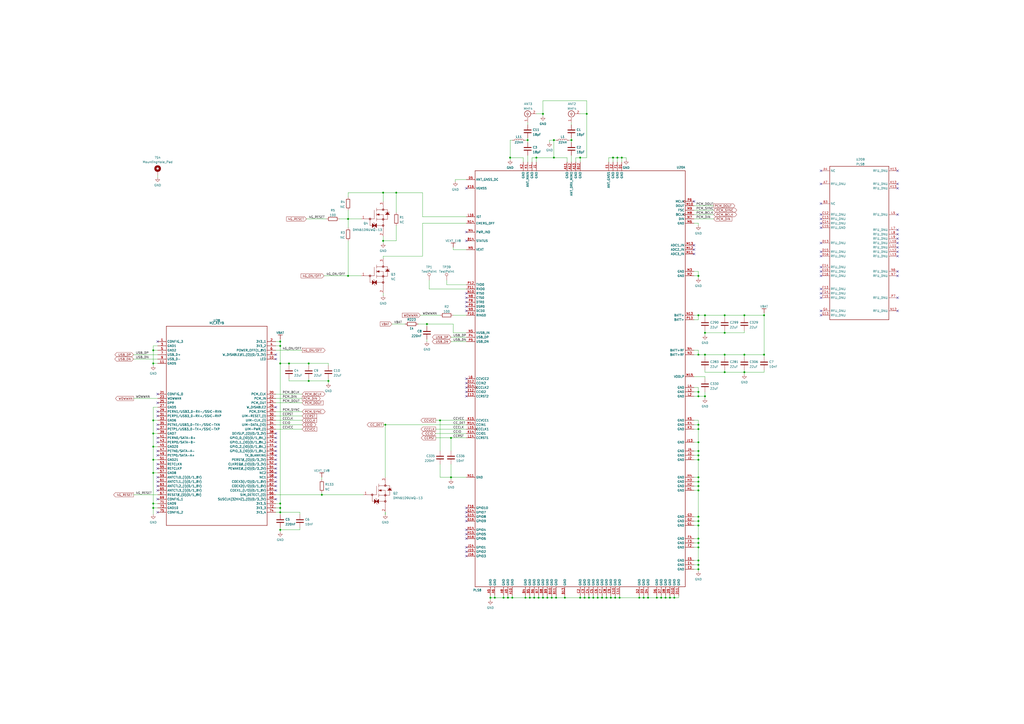
<source format=kicad_sch>
(kicad_sch (version 20211123) (generator eeschema)
  (paper "A2")
  (title_block (title "PLS8 M.2 Key B 3042 WWAN Module") (date "2022-02-03") (rev "v0.5.0") (comment 1 "Copyright 2022 GNU GPLv3+"))
  (junction (at 405.13 182.88))
  (junction (at 294.64 346.71))
  (junction (at 314.96 66.04))
  (junction (at 405.13 325.12))
  (junction (at 309.88 346.71))
  (junction (at 295.91 91.44))
  (junction (at 383.54 346.71))
  (junction (at 381 346.71))
  (junction (at 88.9 259.08))
  (junction (at 314.96 346.71))
  (junction (at 340.36 66.04))
  (junction (at 88.9 294.64))
  (junction (at 349.25 346.71))
  (junction (at 373.38 346.71))
  (junction (at 405.13 302.26))
  (junction (at 292.1 346.71))
  (junction (at 420.37 205.74))
  (junction (at 88.9 266.7))
  (junction (at 405.13 266.7))
  (junction (at 375.92 346.71))
  (junction (at 162.56 198.12))
  (junction (at 386.08 346.71))
  (junction (at 336.55 346.71))
  (junction (at 261.62 254))
  (junction (at 388.62 346.71))
  (junction (at 346.71 346.71))
  (junction (at 405.13 330.2))
  (junction (at 358.14 91.44))
  (junction (at 201.93 127))
  (junction (at 222.25 111.76))
  (junction (at 405.13 256.54))
  (junction (at 370.84 346.71))
  (junction (at 405.13 205.74))
  (junction (at 431.8 205.74))
  (junction (at 356.87 346.71))
  (junction (at 405.13 227.33))
  (junction (at 405.13 246.38))
  (junction (at 443.23 205.74))
  (junction (at 88.9 210.82))
  (junction (at 179.07 210.82))
  (junction (at 405.13 327.66))
  (junction (at 359.41 346.71))
  (junction (at 321.31 91.44))
  (junction (at 179.07 220.98))
  (junction (at 261.62 276.86))
  (junction (at 405.13 264.16))
  (junction (at 420.37 182.88))
  (junction (at 88.9 274.32))
  (junction (at 391.16 346.71))
  (junction (at 360.68 91.44))
  (junction (at 405.13 261.62))
  (junction (at 307.34 346.71))
  (junction (at 331.47 81.28))
  (junction (at 190.5 220.98))
  (junction (at 336.55 91.44))
  (junction (at 405.13 284.48))
  (junction (at 88.9 243.84))
  (junction (at 355.6 91.44))
  (junction (at 201.93 160.02))
  (junction (at 405.13 160.02))
  (junction (at 247.65 187.96))
  (junction (at 162.56 307.34))
  (junction (at 162.56 210.82))
  (junction (at 88.9 203.2))
  (junction (at 405.13 304.8))
  (junction (at 351.79 346.71))
  (junction (at 284.48 346.71))
  (junction (at 287.02 346.71))
  (junction (at 311.15 91.44))
  (junction (at 431.8 182.88))
  (junction (at 405.13 312.42))
  (junction (at 341.63 346.71))
  (junction (at 344.17 346.71))
  (junction (at 304.8 346.71))
  (junction (at 167.64 210.82))
  (junction (at 88.9 292.1))
  (junction (at 405.13 279.4))
  (junction (at 162.56 294.64))
  (junction (at 420.37 193.04))
  (junction (at 297.18 346.71))
  (junction (at 408.94 229.87))
  (junction (at 431.8 215.9))
  (junction (at 443.23 182.88))
  (junction (at 317.5 346.71))
  (junction (at 405.13 276.86))
  (junction (at 306.07 81.28))
  (junction (at 88.9 251.46))
  (junction (at 405.13 314.96))
  (junction (at 255.27 243.84))
  (junction (at 408.94 205.74))
  (junction (at 339.09 346.71))
  (junction (at 162.56 292.1))
  (junction (at 405.13 248.92))
  (junction (at 320.04 346.71))
  (junction (at 354.33 346.71))
  (junction (at 408.94 182.88))
  (junction (at 162.56 297.18))
  (junction (at 321.31 81.28))
  (junction (at 229.87 111.76))
  (junction (at 405.13 317.5))
  (junction (at 162.56 200.66))
  (junction (at 186.69 287.02))
  (junction (at 223.52 246.38))
  (junction (at 327.66 346.71))
  (junction (at 408.94 193.04))
  (junction (at 405.13 281.94))
  (junction (at 322.58 346.71))
  (junction (at 420.37 215.9))
  (junction (at 405.13 299.72))
  (junction (at 405.13 229.87))
  (junction (at 222.25 139.7))
  (junction (at 312.42 346.71))
  (no_connect (at 520.7 143.51))
  (no_connect (at 91.44 233.68))
  (no_connect (at 91.44 228.6))
  (no_connect (at 91.44 241.3))
  (no_connect (at 91.44 238.76))
  (no_connect (at 160.02 274.32))
  (no_connect (at 160.02 276.86))
  (no_connect (at 160.02 279.4))
  (no_connect (at 160.02 281.94))
  (no_connect (at 160.02 205.74))
  (no_connect (at 160.02 208.28))
  (no_connect (at 160.02 236.22))
  (no_connect (at 160.02 251.46))
  (no_connect (at 160.02 259.08))
  (no_connect (at 160.02 261.62))
  (no_connect (at 160.02 264.16))
  (no_connect (at 160.02 266.7))
  (no_connect (at 160.02 269.24))
  (no_connect (at 160.02 271.78))
  (no_connect (at 160.02 254))
  (no_connect (at 160.02 256.54))
  (no_connect (at 91.44 248.92))
  (no_connect (at 91.44 246.38))
  (no_connect (at 91.44 198.12))
  (no_connect (at 91.44 269.24))
  (no_connect (at 91.44 271.78))
  (no_connect (at 91.44 254))
  (no_connect (at 91.44 256.54))
  (no_connect (at 91.44 261.62))
  (no_connect (at 91.44 264.16))
  (no_connect (at 91.44 297.18))
  (no_connect (at 91.44 289.56))
  (no_connect (at 91.44 276.86))
  (no_connect (at 91.44 279.4))
  (no_connect (at 91.44 281.94))
  (no_connect (at 91.44 284.48))
  (no_connect (at 520.7 148.59))
  (no_connect (at 476.25 157.48))
  (no_connect (at 476.25 160.02))
  (no_connect (at 476.25 167.64))
  (no_connect (at 476.25 170.18))
  (no_connect (at 476.25 172.72))
  (no_connect (at 476.25 180.34))
  (no_connect (at 476.25 182.88))
  (no_connect (at 520.7 157.48))
  (no_connect (at 520.7 160.02))
  (no_connect (at 520.7 172.72))
  (no_connect (at 520.7 180.34))
  (no_connect (at 520.7 124.46))
  (no_connect (at 520.7 106.68))
  (no_connect (at 520.7 109.22))
  (no_connect (at 520.7 133.35))
  (no_connect (at 520.7 99.06))
  (no_connect (at 402.59 144.78))
  (no_connect (at 402.59 142.24))
  (no_connect (at 402.59 147.32))
  (no_connect (at 402.59 116.84))
  (no_connect (at 270.51 317.5))
  (no_connect (at 270.51 320.04))
  (no_connect (at 270.51 309.88))
  (no_connect (at 270.51 322.58))
  (no_connect (at 270.51 312.42))
  (no_connect (at 270.51 307.34))
  (no_connect (at 270.51 302.26))
  (no_connect (at 270.51 297.18))
  (no_connect (at 270.51 299.72))
  (no_connect (at 270.51 294.64))
  (no_connect (at 160.02 289.56))
  (no_connect (at 160.02 284.48))
  (no_connect (at 270.51 219.71))
  (no_connect (at 270.51 227.33))
  (no_connect (at 270.51 229.87))
  (no_connect (at 270.51 224.79))
  (no_connect (at 270.51 222.25))
  (no_connect (at 270.51 175.26))
  (no_connect (at 270.51 172.72))
  (no_connect (at 270.51 177.8))
  (no_connect (at 270.51 170.18))
  (no_connect (at 270.51 180.34))
  (no_connect (at 270.51 139.7))
  (no_connect (at 270.51 134.62))
  (no_connect (at 270.51 109.22))
  (no_connect (at 476.25 132.08))
  (no_connect (at 476.25 127))
  (no_connect (at 520.7 146.05))
  (no_connect (at 520.7 135.89))
  (no_connect (at 520.7 138.43))
  (no_connect (at 520.7 140.97))
  (no_connect (at 476.25 129.54))
  (no_connect (at 476.25 154.94))
  (no_connect (at 476.25 124.46))
  (no_connect (at 476.25 118.11))
  (no_connect (at 476.25 106.68))
  (no_connect (at 476.25 99.06))
  (no_connect (at 476.25 148.59))
  (no_connect (at 476.25 140.97))
  (no_connect (at 476.25 146.05))
  (wire (pts (xy 420.37 184.15) (xy 420.37 182.88)))
  (wire (pts (xy 408.94 184.15) (xy 408.94 182.88)))
  (wire (pts (xy 284.48 346.71) (xy 287.02 346.71)))
  (wire (pts (xy 262.89 187.96) (xy 262.89 193.04)))
  (wire (pts (xy 264.16 104.14) (xy 264.16 105.41)))
  (wire (pts (xy 402.59 121.92) (xy 414.02 121.92)))
  (wire (pts (xy 259.08 165.1) (xy 270.51 165.1)))
  (wire (pts (xy 405.13 317.5) (xy 405.13 325.12)))
  (wire (pts (xy 222.25 111.76) (xy 222.25 116.84)))
  (wire (pts (xy 402.59 281.94) (xy 405.13 281.94)))
  (wire (pts (xy 201.93 111.76) (xy 222.25 111.76)))
  (wire (pts (xy 359.41 345.44) (xy 359.41 346.71)))
  (wire (pts (xy 402.59 205.74) (xy 405.13 205.74)))
  (wire (pts (xy 162.56 294.64) (xy 162.56 292.1)))
  (wire (pts (xy 321.31 91.44) (xy 328.93 91.44)))
  (wire (pts (xy 320.04 346.71) (xy 322.58 346.71)))
  (wire (pts (xy 190.5 220.98) (xy 190.5 222.25)))
  (wire (pts (xy 405.13 157.48) (xy 405.13 160.02)))
  (wire (pts (xy 270.51 248.92) (xy 252.73 248.92)))
  (wire (pts (xy 177.8 127) (xy 189.23 127)))
  (wire (pts (xy 402.59 317.5) (xy 405.13 317.5)))
  (wire (pts (xy 402.59 276.86) (xy 405.13 276.86)))
  (wire (pts (xy 311.15 93.98) (xy 311.15 91.44)))
  (wire (pts (xy 336.55 91.44) (xy 334.01 91.44)))
  (wire (pts (xy 247.65 187.96) (xy 247.65 189.23)))
  (wire (pts (xy 443.23 215.9) (xy 431.8 215.9)))
  (wire (pts (xy 331.47 81.28) (xy 331.47 82.55)))
  (wire (pts (xy 88.9 266.7) (xy 88.9 274.32)))
  (wire (pts (xy 405.13 299.72) (xy 405.13 302.26)))
  (wire (pts (xy 167.64 220.98) (xy 179.07 220.98)))
  (wire (pts (xy 162.56 198.12) (xy 162.56 196.85)))
  (wire (pts (xy 91.44 243.84) (xy 88.9 243.84)))
  (wire (pts (xy 295.91 91.44) (xy 295.91 92.71)))
  (wire (pts (xy 370.84 345.44) (xy 370.84 346.71)))
  (wire (pts (xy 160.02 198.12) (xy 162.56 198.12)))
  (wire (pts (xy 402.59 246.38) (xy 405.13 246.38)))
  (wire (pts (xy 187.96 160.02) (xy 201.93 160.02)))
  (wire (pts (xy 373.38 345.44) (xy 373.38 346.71)))
  (wire (pts (xy 405.13 266.7) (xy 405.13 276.86)))
  (wire (pts (xy 270.51 243.84) (xy 255.27 243.84)))
  (wire (pts (xy 431.8 215.9) (xy 431.8 214.63)))
  (wire (pts (xy 402.59 203.2) (xy 405.13 203.2)))
  (wire (pts (xy 391.16 345.44) (xy 391.16 346.71)))
  (wire (pts (xy 179.07 212.09) (xy 179.07 210.82)))
  (wire (pts (xy 402.59 157.48) (xy 405.13 157.48)))
  (wire (pts (xy 242.57 187.96) (xy 247.65 187.96)))
  (wire (pts (xy 344.17 345.44) (xy 344.17 346.71)))
  (wire (pts (xy 190.5 210.82) (xy 190.5 212.09)))
  (wire (pts (xy 91.44 251.46) (xy 88.9 251.46)))
  (wire (pts (xy 173.99 307.34) (xy 162.56 307.34)))
  (wire (pts (xy 402.59 330.2) (xy 405.13 330.2)))
  (wire (pts (xy 248.92 167.64) (xy 270.51 167.64)))
  (wire (pts (xy 405.13 229.87) (xy 402.59 229.87)))
  (wire (pts (xy 408.94 182.88) (xy 420.37 182.88)))
  (wire (pts (xy 360.68 91.44) (xy 363.22 91.44)))
  (wire (pts (xy 186.69 276.86) (xy 186.69 278.13)))
  (wire (pts (xy 201.93 139.7) (xy 201.93 160.02)))
  (wire (pts (xy 317.5 346.71) (xy 320.04 346.71)))
  (wire (pts (xy 160.02 287.02) (xy 186.69 287.02)))
  (wire (pts (xy 88.9 251.46) (xy 88.9 259.08)))
  (wire (pts (xy 160.02 297.18) (xy 162.56 297.18)))
  (wire (pts (xy 420.37 193.04) (xy 420.37 191.77)))
  (wire (pts (xy 160.02 294.64) (xy 162.56 294.64)))
  (wire (pts (xy 91.44 274.32) (xy 88.9 274.32)))
  (wire (pts (xy 408.94 227.33) (xy 408.94 229.87)))
  (wire (pts (xy 160.02 246.38) (xy 175.26 246.38)))
  (wire (pts (xy 402.59 284.48) (xy 405.13 284.48)))
  (wire (pts (xy 255.27 276.86) (xy 261.62 276.86)))
  (wire (pts (xy 402.59 124.46) (xy 414.02 124.46)))
  (wire (pts (xy 297.18 345.44) (xy 297.18 346.71)))
  (wire (pts (xy 160.02 203.2) (xy 175.26 203.2)))
  (wire (pts (xy 312.42 346.71) (xy 314.96 346.71)))
  (wire (pts (xy 408.94 229.87) (xy 408.94 231.14)))
  (wire (pts (xy 173.99 306.07) (xy 173.99 307.34)))
  (wire (pts (xy 359.41 346.71) (xy 370.84 346.71)))
  (wire (pts (xy 167.64 212.09) (xy 167.64 210.82)))
  (wire (pts (xy 306.07 81.28) (xy 306.07 82.55)))
  (wire (pts (xy 354.33 346.71) (xy 356.87 346.71)))
  (wire (pts (xy 405.13 325.12) (xy 405.13 327.66)))
  (wire (pts (xy 402.59 302.26) (xy 405.13 302.26)))
  (wire (pts (xy 173.99 298.45) (xy 173.99 297.18)))
  (wire (pts (xy 270.51 198.12) (xy 261.62 198.12)))
  (wire (pts (xy 402.59 243.84) (xy 405.13 243.84)))
  (wire (pts (xy 91.44 210.82) (xy 88.9 210.82)))
  (wire (pts (xy 402.59 264.16) (xy 405.13 264.16)))
  (wire (pts (xy 420.37 205.74) (xy 431.8 205.74)))
  (wire (pts (xy 186.69 287.02) (xy 210.82 287.02)))
  (wire (pts (xy 303.53 91.44) (xy 295.91 91.44)))
  (wire (pts (xy 91.44 294.64) (xy 88.9 294.64)))
  (wire (pts (xy 351.79 345.44) (xy 351.79 346.71)))
  (wire (pts (xy 431.8 184.15) (xy 431.8 182.88)))
  (wire (pts (xy 336.55 66.04) (xy 340.36 66.04)))
  (wire (pts (xy 270.51 129.54) (xy 245.11 129.54)))
  (wire (pts (xy 91.44 292.1) (xy 88.9 292.1)))
  (wire (pts (xy 405.13 182.88) (xy 408.94 182.88)))
  (wire (pts (xy 405.13 279.4) (xy 405.13 281.94)))
  (wire (pts (xy 201.93 127) (xy 209.55 127)))
  (wire (pts (xy 327.66 346.71) (xy 336.55 346.71)))
  (wire (pts (xy 402.59 312.42) (xy 405.13 312.42)))
  (wire (pts (xy 405.13 248.92) (xy 405.13 256.54)))
  (wire (pts (xy 405.13 314.96) (xy 405.13 317.5)))
  (wire (pts (xy 247.65 196.85) (xy 247.65 198.12)))
  (wire (pts (xy 405.13 327.66) (xy 405.13 330.2)))
  (wire (pts (xy 405.13 330.2) (xy 405.13 331.47)))
  (wire (pts (xy 201.93 160.02) (xy 209.55 160.02)))
  (wire (pts (xy 223.52 297.18) (xy 223.52 298.45)) (stroke (width 0.254)))
  (wire (pts (xy 77.47 231.14) (xy 91.44 231.14)))
  (wire (pts (xy 322.58 346.71) (xy 327.66 346.71)))
  (wire (pts (xy 270.51 195.58) (xy 261.62 195.58)))
  (wire (pts (xy 162.56 306.07) (xy 162.56 307.34)))
  (wire (pts (xy 405.13 261.62) (xy 405.13 264.16)))
  (wire (pts (xy 162.56 298.45) (xy 162.56 297.18)))
  (wire (pts (xy 336.55 93.98) (xy 336.55 91.44)))
  (wire (pts (xy 261.62 269.24) (xy 261.62 276.86)))
  (wire (pts (xy 304.8 81.28) (xy 306.07 81.28)))
  (wire (pts (xy 402.59 224.79) (xy 405.13 224.79)))
  (wire (pts (xy 402.59 256.54) (xy 405.13 256.54)))
  (wire (pts (xy 222.25 137.16) (xy 222.25 139.7)))
  (wire (pts (xy 375.92 345.44) (xy 375.92 346.71)))
  (wire (pts (xy 88.9 210.82) (xy 88.9 212.09)))
  (wire (pts (xy 160.02 292.1) (xy 162.56 292.1)))
  (wire (pts (xy 339.09 345.44) (xy 339.09 346.71)))
  (wire (pts (xy 261.62 276.86) (xy 261.62 278.13)))
  (wire (pts (xy 307.34 346.71) (xy 309.88 346.71)))
  (wire (pts (xy 252.73 254) (xy 261.62 254)))
  (wire (pts (xy 344.17 346.71) (xy 346.71 346.71)))
  (wire (pts (xy 306.07 80.01) (xy 306.07 81.28)))
  (wire (pts (xy 402.59 129.54) (xy 405.13 129.54)))
  (wire (pts (xy 222.25 170.18) (xy 222.25 171.45)))
  (wire (pts (xy 402.59 227.33) (xy 405.13 227.33)))
  (wire (pts (xy 405.13 203.2) (xy 405.13 205.74)))
  (wire (pts (xy 386.08 346.71) (xy 388.62 346.71)))
  (wire (pts (xy 408.94 215.9) (xy 408.94 214.63)))
  (wire (pts (xy 355.6 93.98) (xy 355.6 91.44)))
  (wire (pts (xy 294.64 346.71) (xy 297.18 346.71)))
  (wire (pts (xy 160.02 228.6) (xy 175.26 228.6)))
  (wire (pts (xy 356.87 346.71) (xy 359.41 346.71)))
  (wire (pts (xy 162.56 308.61) (xy 162.56 307.34)))
  (wire (pts (xy 402.59 325.12) (xy 405.13 325.12)))
  (wire (pts (xy 358.14 91.44) (xy 360.68 91.44)))
  (wire (pts (xy 309.88 345.44) (xy 309.88 346.71)))
  (wire (pts (xy 245.11 111.76) (xy 229.87 111.76)))
  (wire (pts (xy 405.13 304.8) (xy 405.13 312.42)))
  (wire (pts (xy 304.8 345.44) (xy 304.8 346.71)))
  (wire (pts (xy 322.58 345.44) (xy 322.58 346.71)))
  (wire (pts (xy 308.61 91.44) (xy 308.61 93.98)))
  (wire (pts (xy 405.13 160.02) (xy 405.13 161.29)))
  (wire (pts (xy 160.02 241.3) (xy 175.26 241.3)))
  (wire (pts (xy 304.8 346.71) (xy 307.34 346.71)))
  (wire (pts (xy 360.68 93.98) (xy 360.68 91.44)))
  (wire (pts (xy 261.62 276.86) (xy 270.51 276.86)))
  (wire (pts (xy 405.13 261.62) (xy 402.59 261.62)))
  (wire (pts (xy 314.96 58.42) (xy 340.36 58.42)))
  (wire (pts (xy 327.66 345.44) (xy 327.66 346.71)))
  (wire (pts (xy 223.52 246.38) (xy 270.51 246.38)))
  (wire (pts (xy 349.25 346.71) (xy 351.79 346.71)))
  (wire (pts (xy 262.89 182.88) (xy 270.51 182.88)))
  (wire (pts (xy 431.8 193.04) (xy 431.8 191.77)))
  (wire (pts (xy 341.63 346.71) (xy 344.17 346.71)))
  (wire (pts (xy 262.89 193.04) (xy 270.51 193.04)))
  (wire (pts (xy 443.23 205.74) (xy 431.8 205.74)))
  (wire (pts (xy 353.06 91.44) (xy 355.6 91.44)))
  (wire (pts (xy 167.64 219.71) (xy 167.64 220.98)))
  (wire (pts (xy 173.99 297.18) (xy 162.56 297.18)))
  (wire (pts (xy 388.62 345.44) (xy 388.62 346.71)))
  (wire (pts (xy 402.59 182.88) (xy 405.13 182.88)))
  (wire (pts (xy 245.11 129.54) (xy 245.11 148.59)))
  (wire (pts (xy 88.9 203.2) (xy 88.9 210.82)))
  (wire (pts (xy 340.36 58.42) (xy 340.36 66.04)))
  (wire (pts (xy 303.53 93.98) (xy 303.53 91.44)))
  (wire (pts (xy 420.37 215.9) (xy 431.8 215.9)))
  (wire (pts (xy 405.13 302.26) (xy 405.13 304.8)))
  (wire (pts (xy 245.11 111.76) (xy 245.11 125.73)))
  (wire (pts (xy 162.56 297.18) (xy 162.56 294.64)))
  (wire (pts (xy 408.94 193.04) (xy 420.37 193.04)))
  (wire (pts (xy 255.27 261.62) (xy 255.27 243.84)))
  (wire (pts (xy 405.13 281.94) (xy 405.13 284.48)))
  (wire (pts (xy 91.44 101.6) (xy 91.44 102.87)))
  (wire (pts (xy 402.59 160.02) (xy 405.13 160.02)))
  (wire (pts (xy 91.44 236.22) (xy 88.9 236.22)))
  (wire (pts (xy 391.16 346.71) (xy 393.7 346.71)))
  (wire (pts (xy 91.44 259.08) (xy 88.9 259.08)))
  (wire (pts (xy 328.93 91.44) (xy 328.93 93.98)))
  (wire (pts (xy 227.33 187.96) (xy 234.95 187.96)))
  (wire (pts (xy 405.13 129.54) (xy 405.13 130.81)))
  (wire (pts (xy 77.47 208.28) (xy 91.44 208.28)))
  (wire (pts (xy 309.88 346.71) (xy 312.42 346.71)))
  (wire (pts (xy 223.52 276.86) (xy 223.52 246.38)))
  (wire (pts (xy 363.22 91.44) (xy 363.22 92.71)))
  (wire (pts (xy 160.02 243.84) (xy 175.26 243.84)))
  (wire (pts (xy 167.64 210.82) (xy 179.07 210.82)))
  (wire (pts (xy 346.71 345.44) (xy 346.71 346.71)))
  (wire (pts (xy 321.31 81.28) (xy 322.58 81.28)))
  (wire (pts (xy 341.63 345.44) (xy 341.63 346.71)))
  (wire (pts (xy 292.1 345.44) (xy 292.1 346.71)))
  (wire (pts (xy 402.59 327.66) (xy 405.13 327.66)))
  (wire (pts (xy 402.59 299.72) (xy 405.13 299.72)))
  (wire (pts (xy 408.94 215.9) (xy 420.37 215.9)))
  (wire (pts (xy 222.25 139.7) (xy 222.25 140.97)))
  (wire (pts (xy 405.13 284.48) (xy 405.13 299.72)))
  (wire (pts (xy 245.11 148.59) (xy 222.25 148.59)))
  (wire (pts (xy 443.23 215.9) (xy 443.23 214.63)))
  (wire (pts (xy 340.36 91.44) (xy 336.55 91.44)))
  (wire (pts (xy 420.37 182.88) (xy 431.8 182.88)))
  (wire (pts (xy 373.38 346.71) (xy 375.92 346.71)))
  (wire (pts (xy 306.07 72.39) (xy 306.07 71.12)))
  (wire (pts (xy 334.01 91.44) (xy 334.01 93.98)))
  (wire (pts (xy 314.96 66.04) (xy 314.96 58.42)))
  (wire (pts (xy 402.59 218.44) (xy 408.94 218.44)))
  (wire (pts (xy 317.5 345.44) (xy 317.5 346.71)))
  (wire (pts (xy 370.84 346.71) (xy 373.38 346.71)))
  (wire (pts (xy 292.1 346.71) (xy 294.64 346.71)))
  (wire (pts (xy 388.62 346.71) (xy 391.16 346.71)))
  (wire (pts (xy 259.08 162.56) (xy 259.08 165.1)))
  (wire (pts (xy 443.23 182.88) (xy 431.8 182.88)))
  (wire (pts (xy 405.13 246.38) (xy 405.13 248.92)))
  (wire (pts (xy 287.02 345.44) (xy 287.02 346.71)))
  (wire (pts (xy 336.55 346.71) (xy 339.09 346.71)))
  (wire (pts (xy 408.94 207.01) (xy 408.94 205.74)))
  (wire (pts (xy 386.08 345.44) (xy 386.08 346.71)))
  (wire (pts (xy 91.44 200.66) (xy 88.9 200.66)))
  (wire (pts (xy 402.59 266.7) (xy 405.13 266.7)))
  (wire (pts (xy 320.04 345.44) (xy 320.04 346.71)))
  (wire (pts (xy 91.44 203.2) (xy 88.9 203.2)))
  (wire (pts (xy 402.59 304.8) (xy 405.13 304.8)))
  (wire (pts (xy 229.87 139.7) (xy 222.25 139.7)))
  (wire (pts (xy 162.56 210.82) (xy 167.64 210.82)))
  (wire (pts (xy 318.77 81.28) (xy 321.31 81.28)))
  (wire (pts (xy 162.56 210.82) (xy 162.56 200.66)))
  (wire (pts (xy 402.59 248.92) (xy 405.13 248.92)))
  (wire (pts (xy 443.23 207.01) (xy 443.23 205.74)))
  (wire (pts (xy 314.96 346.71) (xy 317.5 346.71)))
  (wire (pts (xy 314.96 345.44) (xy 314.96 346.71)))
  (wire (pts (xy 381 346.71) (xy 383.54 346.71)))
  (wire (pts (xy 201.93 121.92) (xy 201.93 127)))
  (wire (pts (xy 420.37 193.04) (xy 431.8 193.04)))
  (wire (pts (xy 402.59 127) (xy 414.02 127)))
  (wire (pts (xy 88.9 200.66) (xy 88.9 203.2)))
  (wire (pts (xy 402.59 279.4) (xy 405.13 279.4)))
  (wire (pts (xy 295.91 81.28) (xy 297.18 81.28)))
  (wire (pts (xy 405.13 185.42) (xy 405.13 182.88)))
  (wire (pts (xy 222.25 246.38) (xy 223.52 246.38)))
  (wire (pts (xy 307.34 345.44) (xy 307.34 346.71)))
  (wire (pts (xy 340.36 66.04) (xy 340.36 91.44)))
  (wire (pts (xy 393.7 346.71) (xy 393.7 345.44)))
  (wire (pts (xy 331.47 80.01) (xy 331.47 81.28)))
  (wire (pts (xy 270.51 144.78) (xy 262.89 144.78)))
  (wire (pts (xy 402.59 314.96) (xy 405.13 314.96)))
  (wire (pts (xy 311.15 66.04) (xy 314.96 66.04)))
  (wire (pts (xy 311.15 91.44) (xy 321.31 91.44)))
  (wire (pts (xy 88.9 243.84) (xy 88.9 251.46)))
  (wire (pts (xy 261.62 261.62) (xy 261.62 254)))
  (wire (pts (xy 229.87 111.76) (xy 229.87 123.19)))
  (wire (pts (xy 255.27 269.24) (xy 255.27 276.86)))
  (wire (pts (xy 179.07 210.82) (xy 190.5 210.82)))
  (wire (pts (xy 375.92 346.71) (xy 381 346.71)))
  (wire (pts (xy 353.06 93.98) (xy 353.06 91.44)))
  (wire (pts (xy 295.91 81.28) (xy 295.91 91.44)))
  (wire (pts (xy 354.33 345.44) (xy 354.33 346.71)))
  (wire (pts (xy 312.42 345.44) (xy 312.42 346.71)))
  (wire (pts (xy 321.31 81.28) (xy 321.31 91.44)))
  (wire (pts (xy 306.07 93.98) (xy 306.07 90.17)))
  (wire (pts (xy 331.47 93.98) (xy 331.47 90.17)))
  (wire (pts (xy 245.11 125.73) (xy 270.51 125.73)))
  (wire (pts (xy 402.59 185.42) (xy 405.13 185.42)))
  (wire (pts (xy 383.54 346.71) (xy 386.08 346.71)))
  (wire (pts (xy 179.07 220.98) (xy 190.5 220.98)))
  (wire (pts (xy 91.44 287.02) (xy 77.47 287.02)))
  (wire (pts (xy 88.9 274.32) (xy 88.9 292.1)))
  (wire (pts (xy 179.07 219.71) (xy 179.07 220.98)))
  (wire (pts (xy 408.94 229.87) (xy 405.13 229.87)))
  (wire (pts (xy 355.6 91.44) (xy 358.14 91.44)))
  (wire (pts (xy 248.92 162.56) (xy 248.92 167.64)))
  (wire (pts (xy 270.51 254) (xy 261.62 254)))
  (wire (pts (xy 405.13 312.42) (xy 405.13 314.96)))
  (wire (pts (xy 351.79 346.71) (xy 354.33 346.71)))
  (wire (pts (xy 420.37 207.01) (xy 420.37 205.74)))
  (wire (pts (xy 383.54 345.44) (xy 383.54 346.71)))
  (wire (pts (xy 356.87 345.44) (xy 356.87 346.71)))
  (wire (pts (xy 162.56 292.1) (xy 162.56 210.82)))
  (wire (pts (xy 405.13 224.79) (xy 405.13 227.33)))
  (wire (pts (xy 314.96 66.04) (xy 314.96 67.31)))
  (wire (pts (xy 160.02 248.92) (xy 175.26 248.92)))
  (wire (pts (xy 349.25 345.44) (xy 349.25 346.71)))
  (wire (pts (xy 162.56 200.66) (xy 162.56 198.12)))
  (wire (pts (xy 88.9 294.64) (xy 88.9 298.45)))
  (wire (pts (xy 294.64 345.44) (xy 294.64 346.71)))
  (wire (pts (xy 287.02 346.71) (xy 292.1 346.71)))
  (wire (pts (xy 346.71 346.71) (xy 349.25 346.71)))
  (wire (pts (xy 358.14 93.98) (xy 358.14 91.44)))
  (wire (pts (xy 431.8 207.01) (xy 431.8 205.74)))
  (wire (pts (xy 196.85 127) (xy 201.93 127)))
  (wire (pts (xy 431.8 215.9) (xy 431.8 217.17)))
  (wire (pts (xy 88.9 236.22) (xy 88.9 243.84)))
  (wire (pts (xy 186.69 285.75) (xy 186.69 287.02)))
  (wire (pts (xy 160.02 231.14) (xy 175.26 231.14)))
  (wire (pts (xy 318.77 81.28) (xy 318.77 82.55)))
  (wire (pts (xy 381 345.44) (xy 381 346.71)))
  (wire (pts (xy 160.02 233.68) (xy 175.26 233.68)))
  (wire (pts (xy 160.02 238.76) (xy 175.26 238.76)))
  (wire (pts (xy 297.18 346.71) (xy 304.8 346.71)))
  (wire (pts (xy 408.94 218.44) (xy 408.94 219.71)))
  (wire (pts (xy 405.13 205.74) (xy 408.94 205.74)))
  (wire (pts (xy 405.13 256.54) (xy 405.13 261.62)))
  (wire (pts (xy 443.23 182.88) (xy 443.23 205.74)))
  (wire (pts (xy 405.13 264.16) (xy 405.13 266.7)))
  (wire (pts (xy 264.16 104.14) (xy 270.51 104.14)))
  (wire (pts (xy 88.9 292.1) (xy 88.9 294.64)))
  (wire (pts (xy 201.93 127) (xy 201.93 132.08)))
  (wire (pts (xy 284.48 346.71) (xy 284.48 347.98)))
  (wire (pts (xy 190.5 220.98) (xy 190.5 219.71)))
  (wire (pts (xy 405.13 243.84) (xy 405.13 246.38)))
  (wire (pts (xy 262.89 187.96) (xy 247.65 187.96)))
  (wire (pts (xy 311.15 91.44) (xy 308.61 91.44)))
  (wire (pts (xy 405.13 276.86) (xy 405.13 279.4)))
  (wire (pts (xy 252.73 243.84) (xy 255.27 243.84)))
  (wire (pts (xy 336.55 345.44) (xy 336.55 346.71)))
  (wire (pts (xy 88.9 259.08) (xy 88.9 266.7)))
  (wire (pts (xy 77.47 205.74) (xy 91.44 205.74)))
  (wire (pts (xy 330.2 81.28) (xy 331.47 81.28)))
  (wire (pts (xy 284.48 345.44) (xy 284.48 346.71)))
  (wire (pts (xy 262.89 143.51) (xy 262.89 144.78)))
  (wire (pts (xy 160.02 200.66) (xy 162.56 200.66)))
  (wire (pts (xy 201.93 111.76) (xy 201.93 114.3)))
  (wire (pts (xy 408.94 193.04) (xy 408.94 191.77)))
  (wire (pts (xy 443.23 182.88) (xy 443.23 181.61)))
  (wire (pts (xy 331.47 71.12) (xy 331.47 72.39)))
  (wire (pts (xy 339.09 346.71) (xy 341.63 346.71)))
  (wire (pts (xy 405.13 227.33) (xy 405.13 229.87)))
  (wire (pts (xy 229.87 111.76) (xy 222.25 111.76)))
  (wire (pts (xy 408.94 194.31) (xy 408.94 193.04)))
  (wire (pts (xy 243.84 182.88) (xy 255.27 182.88)))
  (wire (pts (xy 91.44 266.7) (xy 88.9 266.7)))
  (wire (pts (xy 270.51 251.46) (xy 252.73 251.46)))
  (wire (pts (xy 402.59 119.38) (xy 414.02 119.38)))
  (wire (pts (xy 408.94 205.74) (xy 420.37 205.74)))
  (wire (pts (xy 222.25 148.59) (xy 222.25 149.86)))
  (wire (pts (xy 229.87 130.81) (xy 229.87 139.7)))
  (wire (pts (xy 420.37 215.9) (xy 420.37 214.63)))
  (label "4G_ON/OFF" (at 163.83 203.2 0))
  (label "CCRST" (at 262.89 254 0))
  (label "PCM_SYNC" (at 403.86 121.92 0))
  (label "VBAT" (at 228.6 187.96 0))
  (label "CCVCC" (at 163.83 248.92 0))
  (label "PCM_DOUT" (at 163.83 233.68 0))
  (label "PCM_DIN" (at 163.83 231.14 0))
  (label "PCM_SYNC" (at 163.83 238.76 0))
  (label "4G_ON/OFF" (at 189.23 160.02 0))
  (label "CCCLK" (at 163.83 243.84 0))
  (label "PCM_BCLK" (at 163.83 228.6 0))
  (label "CCIO" (at 163.83 246.38 0))
  (label "CCCLK" (at 262.89 248.92 0))
  (label "PCM_BCLK" (at 403.86 124.46 0))
  (label "4G_RESET" (at 179.07 127 0))
  (label "PCM_DIN" (at 403.86 127 0))
  (label "CCIO" (at 262.89 251.46 0))
  (label "4G_RESET" (at 78.74 287.02 0))
  (label "WOWWAN" (at 78.74 231.14 0))
  (label "CCRST" (at 163.83 241.3 0))
  (label "USB_DP" (at 262.89 195.58 0))
  (label "CC_DET" (at 262.89 246.38 0))
  (label "WOWWAN" (at 245.11 182.88 0))
  (label "USB_DN" (at 78.74 208.28 0))
  (label "USB_DN" (at 262.89 198.12 0))
  (label "CCVCC" (at 262.89 243.84 0))
  (label "USB_DP" (at 78.74 205.74 0))
  (label "PCM_DOUT" (at 403.86 119.38 0))
  (global_label "PCM_BCLK" (shape bidirectional) (at 175.26 228.6 0) (property "Intersheet References" "${INTERSHEET_REFS}" (effects hide)))
  (global_label "USB_DN" (shape bidirectional) (at 261.62 198.12 180) (property "Intersheet References" "${INTERSHEET_REFS}" (effects hide)))
  (global_label "PCM_SYNC" (shape bidirectional) (at 175.26 238.76 0) (property "Intersheet References" "${INTERSHEET_REFS}" (effects hide)))
  (global_label "CCCLK" (shape input) (at 175.26 243.84 0) (property "Intersheet References" "${INTERSHEET_REFS}" (effects hide)))
  (global_label "CC_DET" (shape output) (at 222.25 246.38 180) (property "Intersheet References" "${INTERSHEET_REFS}" (effects hide)))
  (global_label "4G_RESET" (shape input) (at 177.8 127 180) (property "Intersheet References" "${INTERSHEET_REFS}" (effects hide)))
  (global_label "CCVCC" (shape output) (at 252.73 243.84 180) (property "Intersheet References" "${INTERSHEET_REFS}" (effects hide)))
  (global_label "4G_ON{slash}OFF" (shape output) (at 175.26 203.2 0) (property "Intersheet References" "${INTERSHEET_REFS}" (effects hide)))
  (global_label "CCCLK" (shape output) (at 252.73 248.92 180) (property "Intersheet References" "${INTERSHEET_REFS}" (effects hide)))
  (global_label "CCRST" (shape input) (at 175.26 241.3 0) (property "Intersheet References" "${INTERSHEET_REFS}" (effects hide)))
  (global_label "CCRST" (shape output) (at 252.73 254 180) (property "Intersheet References" "${INTERSHEET_REFS}" (effects hide)))
  (global_label "PCM_DIN" (shape input) (at 414.02 127 0) (property "Intersheet References" "${INTERSHEET_REFS}" (effects hide)))
  (global_label "PCM_BCLK" (shape bidirectional) (at 414.02 124.46 0) (property "Intersheet References" "${INTERSHEET_REFS}" (effects hide)))
  (global_label "PCM_DOUT" (shape input) (at 175.26 233.68 0) (property "Intersheet References" "${INTERSHEET_REFS}" (effects hide)))
  (global_label "WOWWAN" (shape output) (at 77.47 231.14 180) (property "Intersheet References" "${INTERSHEET_REFS}" (effects hide)))
  (global_label "USB_DN" (shape bidirectional) (at 77.47 208.28 180) (property "Intersheet References" "${INTERSHEET_REFS}" (effects hide)))
  (global_label "WOWWAN" (shape input) (at 243.84 182.88 180) (property "Intersheet References" "${INTERSHEET_REFS}" (effects hide)))
  (global_label "PCM_DOUT" (shape output) (at 414.02 119.38 0) (property "Intersheet References" "${INTERSHEET_REFS}" (effects hide)))
  (global_label "USB_DP" (shape bidirectional) (at 77.47 205.74 180) (property "Intersheet References" "${INTERSHEET_REFS}" (effects hide)))
  (global_label "PCM_SYNC" (shape bidirectional) (at 414.02 121.92 0) (property "Intersheet References" "${INTERSHEET_REFS}" (effects hide)))
  (global_label "CCIO" (shape bidirectional) (at 175.26 246.38 0) (property "Intersheet References" "${INTERSHEET_REFS}" (effects hide)))
  (global_label "4G_ON{slash}OFF" (shape input) (at 187.96 160.02 180) (property "Intersheet References" "${INTERSHEET_REFS}" (effects hide)))
  (global_label "4G_RESET" (shape output) (at 77.47 287.02 180) (property "Intersheet References" "${INTERSHEET_REFS}" (effects hide)))
  (global_label "CCVCC" (shape input) (at 175.26 248.92 0) (property "Intersheet References" "${INTERSHEET_REFS}" (effects hide)))
  (global_label "PCM_DIN" (shape output) (at 175.26 231.14 0) (property "Intersheet References" "${INTERSHEET_REFS}" (effects hide)))
  (global_label "USB_DP" (shape bidirectional) (at 261.62 195.58 180) (property "Intersheet References" "${INTERSHEET_REFS}" (effects hide)))
  (global_label "VBAT" (shape input) (at 227.33 187.96 180) (property "Intersheet References" "${INTERSHEET_REFS}" (effects hide)))
  (global_label "CCIO" (shape bidirectional) (at 252.73 251.46 180) (property "Intersheet References" "${INTERSHEET_REFS}" (effects hide)))
  (symbol (lib_id "Device:C") (at 420.37 210.82 0) (unit 1)
    (property "Reference" "C281" (at 423.291 209.9115 0) (effects (justify left)))
    (property "Value" "22uF" (at 423.291 212.6866 0) (effects (justify left)))
    (property "Footprint" "Capacitor_SMD:C_0603_1608Metric" (effects hide))
    (property "Datasheet" "https://media.digikey.com/pdf/Data%20Sheets/Samsung%20PDFs/CL10A226MP8NUNC_Spec.pdf" (effects hide))
    (property "MFG Name" "Samsung" (effects hide))
    (property "MFG Part Num" "CL10A226MP8NUNE" (effects hide))
    (property "Distrib PN" "1276-1274-1-ND" (effects hide))
    (property "Distrib Link" "https://www.digikey.com/en/products/detail/samsung-electro-mechanics/CL10A226MP8NUNE/3886932" (effects hide))
    (property "Tolerance" "20%" (effects hide))
    (property "Others" "https://www.digikey.com/en/products/filter/ceramic-capacitors/60?s=N4IgjCBcpgbFoDGUBmBDANgZwKYBoQB7KAbRAGYBOAJgBZ4BdAgBwBcoQBlVgJwEsAdgHMQAXwJhKADkoIQySOmz4ipEAAYQTEGw7d%2BwsQWrras6PNSZcBYpDLVqAAgCtAMS0t2kEAFUBfKwA8igAsjhoWACuPDhioqJAA" (effects hide))
  )
  (symbol (lib_id "Device:R") (at 201.93 118.11 0) (mirror x) (unit 1)
    (property "Reference" "R4" (at 200.1521 117.2015 0) (effects (justify right)))
    (property "Value" "NC" (at 200.1521 119.9766 0) (effects (justify right)))
    (property "Footprint" "Resistor_SMD:R_0402_1005Metric" (effects hide))
    (property "Datasheet" "https://www.yageo.com/upload/media/product/productsearch/datasheet/rchip/PYu-RC_Group_51_RoHS_L_11.pdf" (effects hide))
    (property "MFG Name" "YAGEO" (effects hide))
    (property "MFG Part Num" "RC0402FR-07100RL" (effects hide))
    (property "Distrib PN" "311-100LRCT-ND" (effects hide))
    (property "Distrib Link" "https://www.digikey.com/en/products/detail/yageo/RC0402FR-07100RL/726527" (effects hide))
    (property "Tolerance" "1%" (effects hide))
    (property "Others" "https://www.digikey.com/en/products/filter/chip-resistor-surface-mount/52?s=N4IgjCBcoMxaBjKAzAhgGwM4FMA0IB7KAbXDBgnwDYBWSkKqgdhGoE4rWQmKuAOACx8ubJpwC6%2BAA4AXKCADKMgE4BLAHYBzEAF98YTtBBJIaLHkIkQMNmBrDJIWfKVqtu-Wz5t4xlBhx8IkhSAAYQR2dIRRUNbT0QACZQvhpfEzNAyxDwUNCAAgB5AAsAW0wI6TlogFV1VRlC5ABZbFRMAFdlbF0Ew1BVABN5AFowUMSuKJAuGQBPKR7owcwkHR0gA" (effects hide))
  )
  (symbol (lib_id "Connector:Conn_Coaxial") (at 306.07 66.04 90) (unit 1)
    (property "Reference" "ANT3" (at 306.3632 60.2953 90))
    (property "Value" "MHF4" (at 306.3632 63.0704 90))
    (property "Footprint" "PLS8_M2_Key_B_3042:MHF4_20449-001E" (effects hide))
    (property "Datasheet" "http://www.taoglas.com/images/product_images/original_images/RECE.20449.001E.01.pdf" (effects hide))
    (property "MFG Name" "Taoglas" (effects hide))
    (property "MFG Part Num" "RECE-20449-001E-01" (effects hide))
    (property "Distrib PN" "960-RECE20449-001E01" (effects hide))
    (property "Distrib Link" "https://www.mouser.com/ProductDetail/Taoglas/RECE-20449-001E-01?qs=%2fha2pyFaduhuIY4wWTVKB6roJgz9SHYsLjNmpvVxDNcgjaumesx7oRkp8dxIiEMJ" (effects hide))
    (property "Tolerance" "-" (effects hide))
    (property "Others" "https://octopart.com/search?q=RECE-20449-001E-01&start=0" (effects hide))
  )
  (symbol (lib_id "Connector:TestPoint") (at 248.92 162.56 0) (unit 1)
    (property "Reference" "TP1" (at 248.92 154.94 0))
    (property "Value" "TestPoint" (at 248.92 157.48 0))
    (property "Footprint" "PLS8_M2_Key_B_3042:TEST_POINT" (effects hide))
  )
  (symbol (lib_id "Device:L") (at 300.99 81.28 90) (unit 1)
    (property "Reference" "L11" (at 300.99 79.375 90))
    (property "Value" "22nH" (at 300.99 82.55 90))
    (property "Footprint" "Inductor_SMD:L_0402_1005Metric" (effects hide))
    (property "Datasheet" "https://search.murata.co.jp/Ceramy/image/img/P02/JELF243A-9138.pdf" (effects hide))
    (property "MFG Name" "Murata" (effects hide))
    (property "MFG Part Num" "LQW15AN22NJ8ZD" (effects hide))
    (property "Distrib PN" "490-15364-1-ND" (effects hide))
    (property "Distrib Link" "https://www.digikey.com/en/products/detail/murata-electronics/LQW15AN22NJ8ZD/6798789" (effects hide))
    (property "Tolerance" "5%" (effects hide))
    (property "Others" "https://www.digikey.com/en/products/filter/fixed-inductors/71?s=N4IgjCBcpgbFoDGUBmBDANgZwKYBoQB7KAbRAGYBOMAVgA4QBdAgBwBcoQBlNgJwEsAdgHMQAXwIB2AAw0EIZJHTZ8RUiAAssGrElyCtGhqogDNSuTqVT4WORoAmfeDrTYD%2BAdfbyNhxrBJDTlmEHZOHgERcQNKK3lFZVwCYkgyaSZWDkhuPiFRCRAHaTpJBNRMZLU0oocAAkEACUyw7JAAVUF%2BNgB5FABZHDQsAFdeHHExMSA" (effects hide))
  )
  (symbol (lib_id "power:GND") (at 88.9 212.09 0) (unit 1)
    (property "Reference" "#PWR01" (effects hide))
    (property "Value" "GND" (at 88.9 216.6525 0))
  )
  (symbol (lib_id "PLS8_M2_Key_B_3042:DMN61D9UWQ-13") (at 212.09 167.64 0) (unit 1)
    (property "Reference" "Q3" (at 226.695 159.1115 0) (effects (justify left)))
    (property "Value" "NC" (at 226.695 161.8866 0) (effects (justify left)))
    (property "Footprint" "Package_TO_SOT_SMD:SOT-323_SC-70" (effects hide))
    (property "Datasheet" "https://www.diodes.com/assets/Datasheets/DMN61D9UWQ.pdf" (effects hide))
    (property "MFG Name" "Diodes Incorporated" (effects hide))
    (property "MFG Part Num" "DMN61D9UWQ-13" (effects hide))
    (property "Distrib PN" "DMN61D9UWQ-13DICT-ND" (effects hide))
    (property "Distrib Link" "https://www.digikey.com/en/products/detail/diodes-incorporated/DMN61D9UWQ-13/7666847" (effects hide))
    (property "Tolerance" "-" (effects hide))
    (property "Others" "https://www.digikey.com/en/products/filter/transistors-fets-mosfets-single/278?s=N4IgjCBcpgbFoDGUBmBDANgZwKYBoQB7KAbRABYAGSsATggF0CAHAFyhAGVWAnASwB2AcxABfArErxoIZJHTZ8RUiADMAdgActHSCYg2Hbv2FiCYAEyrpSVJlwFikMhZ2vKIAqtVgqn8BaUtOQQ5oG0kv7kAKzqsLRRsbTqUZrq0aqpcSkE5OrkmvAEGWCW-iVgmfqGkFy8giLi4LTaCLJ2io4qHtXstcYNYqKiQA" (effects hide))
  )
  (symbol (lib_id "PLS8_M2_Key_B_3042:PLS8") (at 275.59 340.36 0) (unit 1)
    (property "Reference" "U20" (at 394.97 97.79 0) (effects (justify bottom)))
    (property "Value" "PLS8" (at 276.86 341.63 0) (effects (justify top)))
    (property "Footprint" "PLS8_M2_Key_B_3042:PLS8" (effects hide))
    (property "Datasheet" "https://media.digikey.com/pdf/Data%20Sheets/Gemalto%20PDFs/Cinterion_PLS8-US%20R4_HID_v04.001_6-23-17.pdf" (effects hide))
    (property "MFG Name" "Thales DIS" (effects hide))
    (property "MFG Part Num" "PLS8-US Rel.4" (effects hide))
    (property "Distrib PN" "2213-L30960-N3410-A400CT-ND" (effects hide))
    (property "Distrib Link" "https://www.digikey.com/en/products/detail/thales-dis-formerly-gemalto/PLS8-US-Rel-4/10494196" (effects hide))
    (property "Tolerance" "-" (effects hide))
    (property "Others" "https://www.digikey.com/en/products/detail/thales-dis-formerly-gemalto/PLS8-E-Rel-4-0/10494174" (effects hide))
  )
  (symbol (lib_id "power:GND") (at 222.25 140.97 0) (unit 1)
    (property "Reference" "#PWR020" (effects hide))
    (property "Value" "GND" (at 222.25 145.5325 0))
  )
  (symbol (lib_id "power:GND") (at 91.44 102.87 0) (unit 1)
    (property "Reference" "#PWR03" (effects hide))
    (property "Value" "GND" (at 91.44 107.4325 0))
  )
  (symbol (lib_id "power:GND") (at 408.94 194.31 0) (unit 1)
    (property "Reference" "#PWR022" (effects hide))
    (property "Value" "GND" (at 408.94 198.8725 0))
  )
  (symbol (lib_id "Connector:TestPoint") (at 259.08 162.56 0) (unit 1)
    (property "Reference" "TP39" (at 259.08 154.94 0))
    (property "Value" "TestPoint" (at 259.08 157.48 0))
    (property "Footprint" "PLS8_M2_Key_B_3042:TEST_POINT" (effects hide))
  )
  (symbol (lib_id "power:GND") (at 222.25 171.45 0) (unit 1)
    (property "Reference" "#PWR021" (effects hide))
    (property "Value" "GND" (at 222.25 176.0125 0))
  )
  (symbol (lib_id "Device:C") (at 162.56 302.26 0) (unit 1)
    (property "Reference" "C5" (at 165.481 301.3515 0) (effects (justify left)))
    (property "Value" "220nF" (at 165.481 304.1266 0) (effects (justify left)))
    (property "Footprint" "Capacitor_SMD:C_0402_1005Metric" (effects hide))
    (property "Datasheet" "https://www.yuden.co.jp/productdata/catalog/mlcc06_e.pdf" (effects hide))
    (property "MFG Name" "Taiyo Yuden" (effects hide))
    (property "MFG Part Num" "UMK105B7222KV-F" (effects hide))
    (property "Distrib PN" "587-1221-1-ND" (effects hide))
    (property "Distrib Link" "https://www.digikey.com/en/products/detail/taiyo-yuden/UMK105B7222KV-F/930573" (effects hide))
    (property "Tolerance" "10%" (effects hide))
    (property "Others" "https://www.digikey.com/en/products/filter/ceramic-capacitors/60?s=N4IgjCBcpgLFoDGUBmBDANgZwKYBoQB7KAbXAE5YAOWeAgJgGYqB2ZkAgNnM-vJAC6BAA4AXKCADKogE4BLAHYBzEAF8CYTghDJI6bPiKkQjcmACsVQSPGQpsxSvUUq-aDtSZcBYpDIAGaxAxCWl5ZTUGf1g3JE8DH2N6en9-AAJhADEOEH8AOmS0gFbsoWDbEABVBTlRAHkUAFkcNCwAVxkcNVVVIA" (effects hide))
  )
  (symbol (lib_id "power:GND") (at 405.13 130.81 0) (unit 1)
    (property "Reference" "#PWR015" (effects hide))
    (property "Value" "GND" (at 405.13 135.3725 0))
  )
  (symbol (lib_id "Device:R") (at 193.04 127 90) (unit 1)
    (property "Reference" "R5" (at 193.04 122.0175 90))
    (property "Value" "100" (at 193.04 124.7926 90))
    (property "Footprint" "Resistor_SMD:R_0402_1005Metric" (effects hide))
    (property "Datasheet" "https://www.yageo.com/upload/media/product/productsearch/datasheet/rchip/PYu-RC_Group_51_RoHS_L_11.pdf" (effects hide))
    (property "MFG Name" "YAGEO" (effects hide))
    (property "MFG Part Num" "RC0402FR-07100RL" (effects hide))
    (property "Distrib PN" "311-100LRCT-ND" (effects hide))
    (property "Distrib Link" "https://www.digikey.com/en/products/detail/yageo/RC0402FR-07100RL/726527" (effects hide))
    (property "Tolerance" "1%" (effects hide))
    (property "Others" "https://www.digikey.com/en/products/filter/chip-resistor-surface-mount/52?s=N4IgjCBcoMxaBjKAzAhgGwM4FMA0IB7KAbXDBgnwDYBWSkKqgdhGoE4rWQmKuAOACx8ubJpwC6%2BAA4AXKCADKMgE4BLAHYBzEAF98YTtBBJIaLHkIkQMNmBrDJIWfKVqtu-Wz5t4xlBhx8IkhSAAYQR2dIRRUNbT0QACZQvhpfEzNAyxDwUNCAAgB5AAsAW0wI6TlogFV1VRlC5ABZbFRMAFdlbF0Ew1BVABN5AFowUMSuKJAuGQBPKR7owcwkHR0gA" (effects hide))
  )
  (symbol (lib_id "PLS8_M2_Key_B_3042:DMN61D9UWQ-13") (at 212.09 134.62 0) (unit 1)
    (property "Reference" "Q4" (at 210.82 129.54 0) (effects (justify left)))
    (property "Value" "DMN61D9UWQ-13" (at 204.47 133.35 0) (effects (justify left)))
    (property "Footprint" "Package_TO_SOT_SMD:SOT-323_SC-70" (effects hide))
    (property "Datasheet" "https://www.diodes.com/assets/Datasheets/DMN61D9UWQ.pdf" (effects hide))
    (property "MFG Name" "Diodes Incorporated" (effects hide))
    (property "MFG Part Num" "DMN61D9UWQ-13" (effects hide))
    (property "Distrib PN" "DMN61D9UWQ-13DICT-ND" (effects hide))
    (property "Distrib Link" "https://www.digikey.com/en/products/detail/diodes-incorporated/DMN61D9UWQ-13/7666847" (effects hide))
    (property "Tolerance" "-" (effects hide))
    (property "Others" "https://www.digikey.com/en/products/filter/transistors-fets-mosfets-single/278?s=N4IgjCBcpgbFoDGUBmBDANgZwKYBoQB7KAbRABYAGSsATggF0CAHAFyhAGVWAnASwB2AcxABfArErxoIZJHTZ8RUiADMAdgActHSCYg2Hbv2FiCYAEyrpSVJlwFikMhZ2vKIAqtVgqn8BaUtOQQ5oG0kv7kAKzqsLRRsbTqUZrq0aqpcSkE5OrkmvAEGWCW-iVgmfqGkFy8giLi4LTaCLJ2io4qHtXstcYNYqKiQA" (effects hide))
  )
  (symbol (lib_id "PLS8_M2_Key_B_3042:M2_KEYB") (at 96.52 306.07 0) (unit 1)
    (property "Reference" "U28" (at 125.73 186.69 0) (effects (justify bottom)))
    (property "Value" "M2_KEYB" (at 125.73 186.69 0) (effects (justify top)))
    (property "Footprint" "PLS8_M2_Key_B_3042:M2_KEYB_3042" (effects hide))
  )
  (symbol (lib_id "Device:C") (at 431.8 187.96 0) (unit 1)
    (property "Reference" "C329" (at 434.721 187.0515 0) (effects (justify left)))
    (property "Value" "22uF" (at 434.721 189.8266 0) (effects (justify left)))
    (property "Footprint" "Capacitor_SMD:C_0603_1608Metric" (effects hide))
    (property "Datasheet" "https://media.digikey.com/pdf/Data%20Sheets/Samsung%20PDFs/CL10A226MP8NUNC_Spec.pdf" (effects hide))
    (property "MFG Name" "Samsung" (effects hide))
    (property "MFG Part Num" "CL10A226MP8NUNE" (effects hide))
    (property "Distrib PN" "1276-1274-1-ND" (effects hide))
    (property "Distrib Link" "https://www.digikey.com/en/products/detail/samsung-electro-mechanics/CL10A226MP8NUNE/3886932" (effects hide))
    (property "Tolerance" "20%" (effects hide))
    (property "Others" "https://www.digikey.com/en/products/filter/ceramic-capacitors/60?s=N4IgjCBcpgbFoDGUBmBDANgZwKYBoQB7KAbRAGYBOAJgBZ4BdAgBwBcoQBlVgJwEsAdgHMQAXwJhKADkoIQySOmz4ipEAAYQTEGw7d%2BwsQWrras6PNSZcBYpDLVqAAgCtAMS0t2kEAFUBfKwA8igAsjhoWACuPDhioqJAA" (effects hide))
  )
  (symbol (lib_id "Device:L") (at 326.39 81.28 90) (unit 1)
    (property "Reference" "L1" (at 326.39 79.375 90))
    (property "Value" "22nH" (at 326.39 82.55 90))
    (property "Footprint" "Inductor_SMD:L_0402_1005Metric" (effects hide))
    (property "Datasheet" "https://search.murata.co.jp/Ceramy/image/img/P02/JELF243A-9138.pdf" (effects hide))
    (property "MFG Name" "Murata" (effects hide))
    (property "MFG Part Num" "LQW15AN22NJ8ZD" (effects hide))
    (property "Distrib PN" "490-15364-1-ND" (effects hide))
    (property "Distrib Link" "https://www.digikey.com/en/products/detail/murata-electronics/LQW15AN22NJ8ZD/6798789" (effects hide))
    (property "Tolerance" "5%" (effects hide))
    (property "Others" "https://www.digikey.com/en/products/filter/fixed-inductors/71?s=N4IgjCBcpgbFoDGUBmBDANgZwKYBoQB7KAbRAGYBOMAVgA4QBdAgBwBcoQBlNgJwEsAdgHMQAXwIB2AAw0EIZJHTZ8RUiAAssGrElyCtGhqogDNSuTqVT4WORoAmfeDrTYD%2BAdfbyNhxrBJDTlmEHZOHgERcQNKK3lFZVwCYkgyaSZWDkhuPiFRCRAHaTpJBNRMZLU0oocAAkEACUyw7JAAVUF%2BNgB5FABZHDQsAFdeHHExMSA" (effects hide))
  )
  (symbol (lib_id "Device:C") (at 306.07 86.36 0) (unit 1)
    (property "Reference" "C3" (at 308.991 85.4515 0) (effects (justify left)))
    (property "Value" "18pF" (at 308.991 88.2266 0) (effects (justify left)))
    (property "Footprint" "Capacitor_SMD:C_0402_1005Metric" (effects hide))
    (property "Datasheet" "http://www.passivecomponent.com/wp-content/uploads/datasheet/WTC_MLCC_General_Purpose.pdf" (effects hide))
    (property "MFG Name" "Walsin" (effects hide))
    (property "MFG Part Num" "0402N180J250CT" (effects hide))
    (property "Distrib PN" "1292-1265-1-ND" (effects hide))
    (property "Distrib Link" "https://www.digikey.com/en/products/detail/walsin-technology-corporation/0402N180J250CT/9354762" (effects hide))
    (property "Tolerance" "5%" (effects hide))
    (property "Others" "https://www.digikey.com/en/products/filter/ceramic-capacitors/60?s=N4IgjCBcpgbFoDGUBmBDANgZwKYBoQB7KAbRAGYBOMAVgA4QBdAgBwBcoQBlNgJwEsAdgHMQAXwJhKdSghDJI6bPiKkQABiasOkbnyGiJIAEzqALLOjzUmXAWKQyYOgAIWAMS0h2nAKqD%2BNgB5FABZHDQsAFdeHHExMSA" (effects hide))
  )
  (symbol (lib_id "Device:C") (at 261.62 265.43 0) (unit 1)
    (property "Reference" "C336" (at 264.541 264.5215 0) (effects (justify left)))
    (property "Value" "10nF" (at 264.541 267.2966 0) (effects (justify left)))
    (property "Footprint" "Capacitor_SMD:C_0402_1005Metric" (effects hide))
    (property "Datasheet" "https://media.digikey.com/pdf/Data%20Sheets/Samsung%20PDFs/CL05B103KB5NNN_Spec.pdf" (effects hide))
    (property "MFG Name" "Samsung" (effects hide))
    (property "MFG Part Num" "CL05B103KB5NNNC" (effects hide))
    (property "Distrib PN" "1276-1028-1-ND" (effects hide))
    (property "Distrib Link" "https://www.digikey.com/en/products/detail/samsung-electro-mechanics/CL05B103KB5NNNC/3886686" (effects hide))
    (property "Tolerance" "10%" (effects hide))
    (property "Others" "https://www.digikey.com/en/products/filter/ceramic-capacitors/60?s=N4IgjCBcpgLFoDGUBmBDANgZwKYBoQB7KAbXAFYBOAJlgHYQCxLYAOWeA6gZlbt8YgAbJSHVKIALoEADgBcoIAMpyATgEsAdgHMQAXyZCEIZJHTZ8RUiG6Uw5VlNkLIytVt0HwlVhOgnUTFwCYkgyAAYnEHlFFQ0dfS5w2D8kQIsQ6zBwnPCAAhkAMSiY1wBVTXU5AHkUAFkcNCwAV1UcfT09IA" (effects hide))
  )
  (symbol (lib_id "Device:C") (at 247.65 193.04 0) (mirror y) (unit 1)
    (property "Reference" "C8" (at 244.729 192.1315 0) (effects (justify left)))
    (property "Value" "220nF" (at 244.729 194.9066 0) (effects (justify left)))
    (property "Footprint" "Capacitor_SMD:C_0402_1005Metric" (effects hide))
    (property "Datasheet" "https://www.yuden.co.jp/productdata/catalog/mlcc06_e.pdf" (effects hide))
    (property "MFG Name" "Taiyo Yuden" (effects hide))
    (property "MFG Part Num" "UMK105B7222KV-F" (effects hide))
    (property "Distrib PN" "587-1221-1-ND" (effects hide))
    (property "Distrib Link" "https://www.digikey.com/en/products/detail/taiyo-yuden/UMK105B7222KV-F/930573" (effects hide))
    (property "Tolerance" "10%" (effects hide))
    (property "Others" "https://www.digikey.com/en/products/filter/ceramic-capacitors/60?s=N4IgjCBcpgLFoDGUBmBDANgZwKYBoQB7KAbXAE5YAOWeAgJgGYqB2ZkAgNnM-vJAC6BAA4AXKCADKogE4BLAHYBzEAF8CYTghDJI6bPiKkQjcmACsVQSPGQpsxSvUUq-aDtSZcBYpDIAGaxAxCWl5ZTUGf1g3JE8DH2N6en9-AAJhADEOEH8AOmS0gFbsoWDbEABVBTlRAHkUAFkcNCwAVxkcNVVVIA" (effects hide))
  )
  (symbol (lib_id "PLS8_M2_Key_B_3042:DMN61D9UWQ-13") (at 213.36 294.64 0) (unit 1)
    (property "Reference" "Q2" (at 227.965 286.1115 0) (effects (justify left)))
    (property "Value" "DMN61D9UWQ-13" (at 227.965 288.8866 0) (effects (justify left)))
    (property "Footprint" "Package_TO_SOT_SMD:SOT-323_SC-70" (effects hide))
    (property "Datasheet" "https://www.diodes.com/assets/Datasheets/DMN61D9UWQ.pdf" (effects hide))
    (property "MFG Name" "Diodes Incorporated" (effects hide))
    (property "MFG Part Num" "DMN61D9UWQ-13" (effects hide))
    (property "Distrib PN" "DMN61D9UWQ-13DICT-ND" (effects hide))
    (property "Distrib Link" "https://www.digikey.com/en/products/detail/diodes-incorporated/DMN61D9UWQ-13/7666847" (effects hide))
    (property "Tolerance" "-" (effects hide))
    (property "Others" "https://www.digikey.com/en/products/filter/transistors-fets-mosfets-single/278?s=N4IgjCBcpgbFoDGUBmBDANgZwKYBoQB7KAbRABYAGSsATggF0CAHAFyhAGVWAnASwB2AcxABfArErxoIZJHTZ8RUiADMAdgActHSCYg2Hbv2FiCYAEyrpSVJlwFikMhZ2vKIAqtVgqn8BaUtOQQ5oG0kv7kAKzqsLRRsbTqUZrq0aqpcSkE5OrkmvAEGWCW-iVgmfqGkFy8giLi4LTaCLJ2io4qHtXstcYNYqKiQA" (effects hide))
  )
  (symbol (lib_id "PLS8_M2_Key_B_3042:VBAT") (at 162.56 196.85 180) (unit 1)
    (property "Reference" "#PWR0101" (effects hide))
    (property "Value" "VBAT" (at 162.56 193.04 0))
  )
  (symbol (lib_id "Device:C") (at 443.23 210.82 0) (unit 1)
    (property "Reference" "C7" (at 446.151 209.9115 0) (effects (justify left)))
    (property "Value" "10nF" (at 446.151 212.6866 0) (effects (justify left)))
    (property "Footprint" "Capacitor_SMD:C_0402_1005Metric" (effects hide))
    (property "Datasheet" "https://media.digikey.com/pdf/Data%20Sheets/Samsung%20PDFs/CL05B103KB5NNN_Spec.pdf" (effects hide))
    (property "MFG Name" "Samsung" (effects hide))
    (property "MFG Part Num" "CL05B103KB5NNNC" (effects hide))
    (property "Distrib PN" "1276-1028-1-ND" (effects hide))
    (property "Distrib Link" "https://www.digikey.com/en/products/detail/samsung-electro-mechanics/CL05B103KB5NNNC/3886686" (effects hide))
    (property "Tolerance" "10%" (effects hide))
    (property "Others" "https://www.digikey.com/en/products/filter/ceramic-capacitors/60?s=N4IgjCBcpgLFoDGUBmBDANgZwKYBoQB7KAbXAFYBOAJlgHYQCxLYAOWeA6gZlbt8YgAbJSHVKIALoEADgBcoIAMpyATgEsAdgHMQAXyZCEIZJHTZ8RUiG6Uw5VlNkLIytVt0HwlVhOgnUTFwCYkgyAAYnEHlFFQ0dfS5w2D8kQIsQ6zBwnPCAAhkAMSiY1wBVTXU5AHkUAFkcNCwAV1UcfT09IA" (effects hide))
  )
  (symbol (lib_id "Mechanical:MountingHole_Pad") (at 91.44 99.06 0) (unit 1)
    (property "Reference" "TS4" (at 91.44 91.44 0))
    (property "Value" "MountingHole_Pad" (at 91.44 93.98 0))
    (property "Footprint" "PLS8_M2_Key_B_3042:M.2_Mounting_Hole" (effects hide))
  )
  (symbol (lib_id "power:GND") (at 264.16 105.41 0) (unit 1)
    (property "Reference" "#PWR09" (effects hide))
    (property "Value" "GND" (at 264.16 109.9725 0))
  )
  (symbol (lib_id "Device:C") (at 331.47 86.36 0) (unit 1)
    (property "Reference" "C2" (at 334.391 85.4515 0) (effects (justify left)))
    (property "Value" "18pF" (at 334.391 88.2266 0) (effects (justify left)))
    (property "Footprint" "Capacitor_SMD:C_0402_1005Metric" (effects hide))
    (property "Datasheet" "http://www.passivecomponent.com/wp-content/uploads/datasheet/WTC_MLCC_General_Purpose.pdf" (effects hide))
    (property "MFG Name" "Walsin" (effects hide))
    (property "MFG Part Num" "0402N180J250CT" (effects hide))
    (property "Distrib PN" "1292-1265-1-ND" (effects hide))
    (property "Distrib Link" "https://www.digikey.com/en/products/detail/walsin-technology-corporation/0402N180J250CT/9354762" (effects hide))
    (property "Tolerance" "5%" (effects hide))
    (property "Others" "https://www.digikey.com/en/products/filter/ceramic-capacitors/60?s=N4IgjCBcpgbFoDGUBmBDANgZwKYBoQB7KAbRAGYBOMAVgA4QBdAgBwBcoQBlNgJwEsAdgHMQAXwJhKdSghDJI6bPiKkQABiasOkbnyGiJIAEzqALLOjzUmXAWKQyYOgAIWAMS0h2nAKqD%2BNgB5FABZHDQsAFdeHHExMSA" (effects hide))
  )
  (symbol (lib_id "Device:C") (at 167.64 215.9 0) (unit 1)
    (property "Reference" "C4" (at 170.561 214.9915 0) (effects (justify left)))
    (property "Value" "22uF" (at 170.561 217.7666 0) (effects (justify left)))
    (property "Footprint" "Capacitor_SMD:C_0603_1608Metric" (effects hide))
    (property "Datasheet" "https://media.digikey.com/pdf/Data%20Sheets/Samsung%20PDFs/CL10A226MP8NUNC_Spec.pdf" (effects hide))
    (property "MFG Name" "Samsung" (effects hide))
    (property "MFG Part Num" "CL10A226MP8NUNE" (effects hide))
    (property "Distrib PN" "1276-1274-1-ND" (effects hide))
    (property "Distrib Link" "https://www.digikey.com/en/products/detail/samsung-electro-mechanics/CL10A226MP8NUNE/3886932" (effects hide))
    (property "Tolerance" "20%" (effects hide))
    (property "Others" "https://www.digikey.com/en/products/filter/ceramic-capacitors/60?s=N4IgjCBcpgbFoDGUBmBDANgZwKYBoQB7KAbRAGYBOAJgBZ4BdAgBwBcoQBlVgJwEsAdgHMQAXwJhKADkoIQySOmz4ipEAAYQTEGw7d%2BwsQWrras6PNSZcBYpDLVqAAgCtAMS0t2kEAFUBfKwA8igAsjhoWACuPDhioqJAA" (effects hide))
  )
  (symbol (lib_id "Device:C") (at 190.5 215.9 0) (unit 1)
    (property "Reference" "C10" (at 193.421 214.9915 0) (effects (justify left)))
    (property "Value" "22uF" (at 193.421 217.7666 0) (effects (justify left)))
    (property "Footprint" "Capacitor_SMD:C_0603_1608Metric" (effects hide))
    (property "Datasheet" "https://media.digikey.com/pdf/Data%20Sheets/Samsung%20PDFs/CL10A226MP8NUNC_Spec.pdf" (effects hide))
    (property "MFG Name" "Samsung" (effects hide))
    (property "MFG Part Num" "CL10A226MP8NUNE" (effects hide))
    (property "Distrib PN" "1276-1274-1-ND" (effects hide))
    (property "Distrib Link" "https://www.digikey.com/en/products/detail/samsung-electro-mechanics/CL10A226MP8NUNE/3886932" (effects hide))
    (property "Tolerance" "20%" (effects hide))
    (property "Others" "https://www.digikey.com/en/products/filter/ceramic-capacitors/60?s=N4IgjCBcpgbFoDGUBmBDANgZwKYBoQB7KAbRAGYBOAJgBZ4BdAgBwBcoQBlVgJwEsAdgHMQAXwJhKADkoIQySOmz4ipEAAYQTEGw7d%2BwsQWrras6PNSZcBYpDLVqAAgCtAMS0t2kEAFUBfKwA8igAsjhoWACuPDhioqJAA" (effects hide))
  )
  (symbol (lib_id "PLS8_M2_Key_B_3042:VEXT_1V8") (at 262.89 143.51 180) (unit 1)
    (property "Reference" "#PWR0107" (effects hide))
    (property "Value" "VEXT_1V8" (at 262.89 139.7 0))
  )
  (symbol (lib_id "Device:C") (at 408.94 223.52 0) (unit 1)
    (property "Reference" "C330" (at 411.861 222.6115 0) (effects (justify left)))
    (property "Value" "22uF" (at 411.861 225.3866 0) (effects (justify left)))
    (property "Footprint" "Capacitor_SMD:C_0603_1608Metric" (effects hide))
    (property "Datasheet" "https://media.digikey.com/pdf/Data%20Sheets/Samsung%20PDFs/CL10A226MP8NUNC_Spec.pdf" (effects hide))
    (property "MFG Name" "Samsung" (effects hide))
    (property "MFG Part Num" "CL10A226MP8NUNE" (effects hide))
    (property "Distrib PN" "1276-1274-1-ND" (effects hide))
    (property "Distrib Link" "https://www.digikey.com/en/products/detail/samsung-electro-mechanics/CL10A226MP8NUNE/3886932" (effects hide))
    (property "Tolerance" "20%" (effects hide))
    (property "Others" "https://www.digikey.com/en/products/filter/ceramic-capacitors/60?s=N4IgjCBcpgbFoDGUBmBDANgZwKYBoQB7KAbRAGYBOAJgBZ4BdAgBwBcoQBlVgJwEsAdgHMQAXwJhKADkoIQySOmz4ipEAAYQTEGw7d%2BwsQWrras6PNSZcBYpDLVqAAgCtAMS0t2kEAFUBfKwA8igAsjhoWACuPDhioqJAA" (effects hide))
  )
  (symbol (lib_id "power:GND") (at 284.48 347.98 0) (unit 1)
    (property "Reference" "#PWR010" (effects hide))
    (property "Value" "GND" (at 284.48 352.5425 0))
  )
  (symbol (lib_id "Device:R") (at 229.87 127 0) (unit 1)
    (property "Reference" "R1" (at 231.648 126.0915 0) (effects (justify left)))
    (property "Value" "NC" (at 231.648 128.8666 0) (effects (justify left)))
    (property "Footprint" "Resistor_SMD:R_0402_1005Metric" (effects hide))
    (property "Datasheet" "https://www.yageo.com/upload/media/product/productsearch/datasheet/rchip/PYu-RC_Group_51_RoHS_L_11.pdf" (effects hide))
    (property "MFG Name" "YAGEO" (effects hide))
    (property "MFG Part Num" "RC0402FR-07100RL" (effects hide))
    (property "Distrib PN" "311-100LRCT-ND" (effects hide))
    (property "Distrib Link" "https://www.digikey.com/en/products/detail/yageo/RC0402FR-07100RL/726527" (effects hide))
    (property "Tolerance" "1%" (effects hide))
    (property "Others" "https://www.digikey.com/en/products/filter/chip-resistor-surface-mount/52?s=N4IgjCBcoMxaBjKAzAhgGwM4FMA0IB7KAbXDBgnwDYBWSkKqgdhGoE4rWQmKuAOACx8ubJpwC6%2BAA4AXKCADKMgE4BLAHYBzEAF98YTtBBJIaLHkIkQMNmBrDJIWfKVqtu-Wz5t4xlBhx8IkhSAAYQR2dIRRUNbT0QACZQvhpfEzNAyxDwUNCAAgB5AAsAW0wI6TlogFV1VRlC5ABZbFRMAFdlbF0Ew1BVABN5AFowUMSuKJAuGQBPKR7owcwkHR0gA" (effects hide))
  )
  (symbol (lib_id "power:GND") (at 261.62 278.13 0) (unit 1)
    (property "Reference" "#PWR08" (effects hide))
    (property "Value" "GND" (at 261.62 282.6925 0))
  )
  (symbol (lib_id "power:GND") (at 295.91 92.71 0) (unit 1)
    (property "Reference" "#PWR011" (effects hide))
    (property "Value" "GND" (at 295.91 97.2725 0))
  )
  (symbol (lib_id "Device:C") (at 306.07 76.2 0) (unit 1)
    (property "Reference" "C11" (at 308.991 75.2915 0) (effects (justify left)))
    (property "Value" "18pF" (at 308.991 78.0666 0) (effects (justify left)))
    (property "Footprint" "Capacitor_SMD:C_0402_1005Metric" (effects hide))
    (property "Datasheet" "http://www.passivecomponent.com/wp-content/uploads/datasheet/WTC_MLCC_General_Purpose.pdf" (effects hide))
    (property "MFG Name" "Walsin" (effects hide))
    (property "MFG Part Num" "0402N180J250CT" (effects hide))
    (property "Distrib PN" "1292-1265-1-ND" (effects hide))
    (property "Distrib Link" "https://www.digikey.com/en/products/detail/walsin-technology-corporation/0402N180J250CT/9354762" (effects hide))
    (property "Tolerance" "5%" (effects hide))
    (property "Others" "https://www.digikey.com/en/products/filter/ceramic-capacitors/60?s=N4IgjCBcpgbFoDGUBmBDANgZwKYBoQB7KAbRAGYBOMAVgA4QBdAgBwBcoQBlNgJwEsAdgHMQAXwJhKdSghDJI6bPiKkQABiasOkbnyGiJIAEzqALLOjzUmXAWKQyYOgAIWAMS0h2nAKqD%2BNgB5FABZHDQsAFdeHHExMSA" (effects hide))
  )
  (symbol (lib_id "Device:R") (at 238.76 187.96 90) (unit 1)
    (property "Reference" "R223" (at 238.76 185.42 90))
    (property "Value" "1k" (at 238.76 190.5 90))
    (property "Footprint" "Resistor_SMD:R_0402_1005Metric" (effects hide))
    (property "Datasheet" "https://www.seielect.com/catalog/sei-rmcf_rmcp.pdf" (effects hide))
    (property "MFG Name" "Stackpole Electronics" (effects hide))
    (property "MFG Part Num" "RMCF0402FT1K00" (effects hide))
    (property "Distrib PN" "RMCF0402FT1K00CT-ND" (effects hide))
    (property "Distrib Link" "https://www.digikey.com/en/products/detail/stackpole-electronics-inc/RMCF0402FT1K00/1761754" (effects hide))
    (property "Tolerance" "1%" (effects hide))
    (property "Others" "https://www.digikey.com/en/products/filter/chip-resistor-surface-mount/52?s=N4IgjCBcoMxaBjKAzAhgGwM4FMA0IB7KAbXDBgnwDYBWSkKqgdhGoE4rWQmKuAOACx8ubJpwC6%2BAA4AXKCADKMgE4BLAHYBzEAF98YTtBBJIaLHkIkQMNmBrDJIWfKVqtu-Wz5t4xlBhx8IkhSAAYQR2dIRRUNbT0QACZQvhpfEzNAyxDwAAIAawB5AAsAW0wI6TlogFV1VRlC5ABZbFRMAFdlbF0Ew1BVABN5AFowUMSuKJAuGQBPKR7owcwkHR0gA" (effects hide))
  )
  (symbol (lib_id "power:GND") (at 363.22 92.71 0) (unit 1)
    (property "Reference" "#PWR014" (effects hide))
    (property "Value" "GND" (at 363.22 97.2725 0))
  )
  (symbol (lib_id "power:GND") (at 318.77 82.55 0) (unit 1)
    (property "Reference" "#PWR012" (effects hide))
    (property "Value" "GND" (at 318.77 87.1125 0))
  )
  (symbol (lib_id "Device:C") (at 431.8 210.82 0) (unit 1)
    (property "Reference" "C306" (at 434.721 209.9115 0) (effects (justify left)))
    (property "Value" "22uF" (at 434.721 212.6866 0) (effects (justify left)))
    (property "Footprint" "Capacitor_SMD:C_0603_1608Metric" (effects hide))
    (property "Datasheet" "https://media.digikey.com/pdf/Data%20Sheets/Samsung%20PDFs/CL10A226MP8NUNC_Spec.pdf" (effects hide))
    (property "MFG Name" "Samsung" (effects hide))
    (property "MFG Part Num" "CL10A226MP8NUNE" (effects hide))
    (property "Distrib PN" "1276-1274-1-ND" (effects hide))
    (property "Distrib Link" "https://www.digikey.com/en/products/detail/samsung-electro-mechanics/CL10A226MP8NUNE/3886932" (effects hide))
    (property "Tolerance" "20%" (effects hide))
    (property "Others" "https://www.digikey.com/en/products/filter/ceramic-capacitors/60?s=N4IgjCBcpgbFoDGUBmBDANgZwKYBoQB7KAbRAGYBOAJgBZ4BdAgBwBcoQBlVgJwEsAdgHMQAXwJhKADkoIQySOmz4ipEAAYQTEGw7d%2BwsQWrras6PNSZcBYpDLVqAAgCtAMS0t2kEAFUBfKwA8igAsjhoWACuPDhioqJAA" (effects hide))
  )
  (symbol (lib_id "power:GND") (at 162.56 308.61 0) (unit 1)
    (property "Reference" "#PWR04" (effects hide))
    (property "Value" "GND" (at 162.56 313.1725 0))
  )
  (symbol (lib_id "Connector:Conn_Coaxial") (at 331.47 66.04 90) (unit 1)
    (property "Reference" "ANT2" (at 331.7632 60.2953 90))
    (property "Value" "MHF4" (at 331.7632 63.0704 90))
    (property "Footprint" "PLS8_M2_Key_B_3042:MHF4_20449-001E" (effects hide))
    (property "Datasheet" "http://www.taoglas.com/images/product_images/original_images/RECE.20449.001E.01.pdf" (effects hide))
    (property "MFG Name" "Taoglas" (effects hide))
    (property "MFG Part Num" "RECE-20449-001E-01" (effects hide))
    (property "Distrib PN" "960-RECE20449-001E01" (effects hide))
    (property "Distrib Link" "https://www.mouser.com/ProductDetail/Taoglas/RECE-20449-001E-01?qs=%2fha2pyFaduhuIY4wWTVKB6roJgz9SHYsLjNmpvVxDNcgjaumesx7oRkp8dxIiEMJ" (effects hide))
    (property "Tolerance" "-" (effects hide))
    (property "Others" "https://octopart.com/search?q=RECE-20449-001E-01&start=0" (effects hide))
  )
  (symbol (lib_id "power:GND") (at 190.5 222.25 0) (unit 1)
    (property "Reference" "#PWR06" (effects hide))
    (property "Value" "GND" (at 190.5 226.8125 0))
  )
  (symbol (lib_id "Device:C") (at 179.07 215.9 0) (unit 1)
    (property "Reference" "C9" (at 181.991 214.9915 0) (effects (justify left)))
    (property "Value" "22uF" (at 181.991 217.7666 0) (effects (justify left)))
    (property "Footprint" "Capacitor_SMD:C_0603_1608Metric" (effects hide))
    (property "Datasheet" "https://media.digikey.com/pdf/Data%20Sheets/Samsung%20PDFs/CL10A226MP8NUNC_Spec.pdf" (effects hide))
    (property "MFG Name" "Samsung" (effects hide))
    (property "MFG Part Num" "CL10A226MP8NUNE" (effects hide))
    (property "Distrib PN" "1276-1274-1-ND" (effects hide))
    (property "Distrib Link" "https://www.digikey.com/en/products/detail/samsung-electro-mechanics/CL10A226MP8NUNE/3886932" (effects hide))
    (property "Tolerance" "20%" (effects hide))
    (property "Others" "https://www.digikey.com/en/products/filter/ceramic-capacitors/60?s=N4IgjCBcpgbFoDGUBmBDANgZwKYBoQB7KAbRAGYBOAJgBZ4BdAgBwBcoQBlVgJwEsAdgHMQAXwJhKADkoIQySOmz4ipEAAYQTEGw7d%2BwsQWrras6PNSZcBYpDLVqAAgCtAMS0t2kEAFUBfKwA8igAsjhoWACuPDhioqJAA" (effects hide))
  )
  (symbol (lib_id "power:GND") (at 431.8 217.17 0) (unit 1)
    (property "Reference" "#PWR019" (effects hide))
    (property "Value" "GND" (at 431.8 221.7325 0))
  )
  (symbol (lib_id "power:GND") (at 405.13 331.47 0) (unit 1)
    (property "Reference" "#PWR017" (effects hide))
    (property "Value" "GND" (at 405.13 336.0325 0))
  )
  (symbol (lib_id "power:GND") (at 88.9 298.45 0) (unit 1)
    (property "Reference" "#PWR02" (effects hide))
    (property "Value" "GND" (at 88.9 303.0125 0))
  )
  (symbol (lib_id "Device:C") (at 420.37 187.96 0) (unit 1)
    (property "Reference" "C299" (at 423.291 187.0515 0) (effects (justify left)))
    (property "Value" "22uF" (at 423.291 189.8266 0) (effects (justify left)))
    (property "Footprint" "Capacitor_SMD:C_0603_1608Metric" (effects hide))
    (property "Datasheet" "https://media.digikey.com/pdf/Data%20Sheets/Samsung%20PDFs/CL10A226MP8NUNC_Spec.pdf" (effects hide))
    (property "MFG Name" "Samsung" (effects hide))
    (property "MFG Part Num" "CL10A226MP8NUNE" (effects hide))
    (property "Distrib PN" "1276-1274-1-ND" (effects hide))
    (property "Distrib Link" "https://www.digikey.com/en/products/detail/samsung-electro-mechanics/CL10A226MP8NUNE/3886932" (effects hide))
    (property "Tolerance" "20%" (effects hide))
    (property "Others" "https://www.digikey.com/en/products/filter/ceramic-capacitors/60?s=N4IgjCBcpgbFoDGUBmBDANgZwKYBoQB7KAbRAGYBOAJgBZ4BdAgBwBcoQBlVgJwEsAdgHMQAXwJhKADkoIQySOmz4ipEAAYQTEGw7d%2BwsQWrras6PNSZcBYpDLVqAAgCtAMS0t2kEAFUBfKwA8igAsjhoWACuPDhioqJAA" (effects hide))
  )
  (symbol (lib_id "Device:C") (at 173.99 302.26 0) (unit 1)
    (property "Reference" "C6" (at 176.911 301.3515 0) (effects (justify left)))
    (property "Value" "10nF" (at 176.911 304.1266 0) (effects (justify left)))
    (property "Footprint" "Capacitor_SMD:C_0402_1005Metric" (effects hide))
    (property "Datasheet" "https://media.digikey.com/pdf/Data%20Sheets/Samsung%20PDFs/CL05B103KB5NNN_Spec.pdf" (effects hide))
    (property "MFG Name" "Samsung" (effects hide))
    (property "MFG Part Num" "CL05B103KB5NNNC" (effects hide))
    (property "Distrib PN" "1276-1028-1-ND" (effects hide))
    (property "Distrib Link" "https://www.digikey.com/en/products/detail/samsung-electro-mechanics/CL05B103KB5NNNC/3886686" (effects hide))
    (property "Tolerance" "10%" (effects hide))
    (property "Others" "https://www.digikey.com/en/products/filter/ceramic-capacitors/60?s=N4IgjCBcpgLFoDGUBmBDANgZwKYBoQB7KAbXAFYBOAJlgHYQCxLYAOWeA6gZlbt8YgAbJSHVKIALoEADgBcoIAMpyATgEsAdgHMQAXyZCEIZJHTZ8RUiG6Uw5VlNkLIytVt0HwlVhOgnUTFwCYkgyAAYnEHlFFQ0dfS5w2D8kQIsQ6zBwnPCAAhkAMSiY1wBVTXU5AHkUAFkcNCwAV1UcfT09IA" (effects hide))
  )
  (symbol (lib_id "PLS8_M2_Key_B_3042:VBAT") (at 443.23 181.61 180) (unit 1)
    (property "Reference" "#PWR0126" (effects hide))
    (property "Value" "VBAT" (at 443.23 177.8 0))
  )
  (symbol (lib_id "power:GND") (at 314.96 67.31 0) (unit 1)
    (property "Reference" "#PWR013" (effects hide))
    (property "Value" "GND" (at 314.96 71.8725 0))
  )
  (symbol (lib_id "power:GND") (at 223.52 298.45 0) (unit 1)
    (property "Reference" "#PWR05" (effects hide))
    (property "Value" "GND" (at 223.52 303.0125 0))
  )
  (symbol (lib_id "power:GND") (at 405.13 161.29 0) (unit 1)
    (property "Reference" "#PWR016" (effects hide))
    (property "Value" "GND" (at 405.13 165.8525 0))
  )
  (symbol (lib_id "Device:C") (at 331.47 76.2 0) (unit 1)
    (property "Reference" "C1" (at 334.391 75.2915 0) (effects (justify left)))
    (property "Value" "18pF" (at 334.391 78.0666 0) (effects (justify left)))
    (property "Footprint" "Capacitor_SMD:C_0402_1005Metric" (effects hide))
    (property "Datasheet" "http://www.passivecomponent.com/wp-content/uploads/datasheet/WTC_MLCC_General_Purpose.pdf" (effects hide))
    (property "MFG Name" "Walsin" (effects hide))
    (property "MFG Part Num" "0402N180J250CT" (effects hide))
    (property "Distrib PN" "1292-1265-1-ND" (effects hide))
    (property "Distrib Link" "https://www.digikey.com/en/products/detail/walsin-technology-corporation/0402N180J250CT/9354762" (effects hide))
    (property "Tolerance" "5%" (effects hide))
    (property "Others" "https://www.digikey.com/en/products/filter/ceramic-capacitors/60?s=N4IgjCBcpgbFoDGUBmBDANgZwKYBoQB7KAbRAGYBOMAVgA4QBdAgBwBcoQBlNgJwEsAdgHMQAXwJhKdSghDJI6bPiKkQABiasOkbnyGiJIAEzqALLOjzUmXAWKQyYOgAIWAMS0h2nAKqD%2BNgB5FABZHDQsAFdeHHExMSA" (effects hide))
  )
  (symbol (lib_id "Device:C") (at 408.94 187.96 0) (unit 1)
    (property "Reference" "C290" (at 411.861 187.0515 0) (effects (justify left)))
    (property "Value" "22uF" (at 411.861 189.8266 0) (effects (justify left)))
    (property "Footprint" "Capacitor_SMD:C_0603_1608Metric" (effects hide))
    (property "Datasheet" "https://media.digikey.com/pdf/Data%20Sheets/Samsung%20PDFs/CL10A226MP8NUNC_Spec.pdf" (effects hide))
    (property "MFG Name" "Samsung" (effects hide))
    (property "MFG Part Num" "CL10A226MP8NUNE" (effects hide))
    (property "Distrib PN" "1276-1274-1-ND" (effects hide))
    (property "Distrib Link" "https://www.digikey.com/en/products/detail/samsung-electro-mechanics/CL10A226MP8NUNE/3886932" (effects hide))
    (property "Tolerance" "20%" (effects hide))
    (property "Others" "https://www.digikey.com/en/products/filter/ceramic-capacitors/60?s=N4IgjCBcpgbFoDGUBmBDANgZwKYBoQB7KAbRAGYBOAJgBZ4BdAgBwBcoQBlVgJwEsAdgHMQAXwJhKADkoIQySOmz4ipEAAYQTEGw7d%2BwsQWrras6PNSZcBYpDLVqAAgCtAMS0t2kEAFUBfKwA8igAsjhoWACuPDhioqJAA" (effects hide))
  )
  (symbol (lib_id "Device:C") (at 408.94 210.82 0) (unit 1)
    (property "Reference" "C283" (at 411.861 209.9115 0) (effects (justify left)))
    (property "Value" "22uF" (at 411.861 212.6866 0) (effects (justify left)))
    (property "Footprint" "Capacitor_SMD:C_0603_1608Metric" (effects hide))
    (property "Datasheet" "https://media.digikey.com/pdf/Data%20Sheets/Samsung%20PDFs/CL10A226MP8NUNC_Spec.pdf" (effects hide))
    (property "MFG Name" "Samsung" (effects hide))
    (property "MFG Part Num" "CL10A226MP8NUNE" (effects hide))
    (property "Distrib PN" "1276-1274-1-ND" (effects hide))
    (property "Distrib Link" "https://www.digikey.com/en/products/detail/samsung-electro-mechanics/CL10A226MP8NUNE/3886932" (effects hide))
    (property "Tolerance" "20%" (effects hide))
    (property "Others" "https://www.digikey.com/en/products/filter/ceramic-capacitors/60?s=N4IgjCBcpgbFoDGUBmBDANgZwKYBoQB7KAbRAGYBOAJgBZ4BdAgBwBcoQBlVgJwEsAdgHMQAXwJhKADkoIQySOmz4ipEAAYQTEGw7d%2BwsQWrras6PNSZcBYpDLVqAAgCtAMS0t2kEAFUBfKwA8igAsjhoWACuPDhioqJAA" (effects hide))
  )
  (symbol (lib_id "PLS8_M2_Key_B_3042:VEXT_1V8") (at 186.69 276.86 180) (unit 1)
    (property "Reference" "#PWR0118" (effects hide))
    (property "Value" "VEXT_1V8" (at 186.69 273.05 0))
  )
  (symbol (lib_id "PLS8_M2_Key_B_3042:PLS8") (at 481.33 185.42 0) (unit 2)
    (property "Reference" "U20" (at 499.11 92.4749 0))
    (property "Value" "PLS8" (at 499.11 95.25 0))
    (property "Footprint" "PLS8_M2_Key_B_3042:PLS8" (effects hide))
    (property "Datasheet" "https://media.digikey.com/pdf/Data%20Sheets/Gemalto%20PDFs/Cinterion_PLS8-US%20R4_HID_v04.001_6-23-17.pdf" (effects hide))
    (property "MFG Name" "Thales DIS" (effects hide))
    (property "MFG Part Num" "PLS8-US Rel.4" (effects hide))
    (property "Distrib PN" "2213-L30960-N3410-A400CT-ND" (effects hide))
    (property "Distrib Link" "https://www.digikey.com/en/products/detail/thales-dis-formerly-gemalto/PLS8-US-Rel-4/10494196" (effects hide))
    (property "Tolerance" "-" (effects hide))
    (property "Others" "https://www.digikey.com/en/products/detail/thales-dis-formerly-gemalto/PLS8-E-Rel-4-0/10494174" (effects hide))
  )
  (symbol (lib_id "Device:R") (at 259.08 182.88 90) (unit 1)
    (property "Reference" "R2" (at 259.08 177.8975 90))
    (property "Value" "100" (at 259.08 180.6726 90))
    (property "Footprint" "Resistor_SMD:R_0402_1005Metric" (effects hide))
    (property "Datasheet" "https://www.yageo.com/upload/media/product/productsearch/datasheet/rchip/PYu-RC_Group_51_RoHS_L_11.pdf" (effects hide))
    (property "MFG Name" "YAGEO" (effects hide))
    (property "MFG Part Num" "RC0402FR-07100RL" (effects hide))
    (property "Distrib PN" "311-100LRCT-ND" (effects hide))
    (property "Distrib Link" "https://www.digikey.com/en/products/detail/yageo/RC0402FR-07100RL/726527" (effects hide))
    (property "Tolerance" "1%" (effects hide))
    (property "Others" "https://www.digikey.com/en/products/filter/chip-resistor-surface-mount/52?s=N4IgjCBcoMxaBjKAzAhgGwM4FMA0IB7KAbXDBgnwDYBWSkKqgdhGoE4rWQmKuAOACx8ubJpwC6%2BAA4AXKCADKMgE4BLAHYBzEAF98YTtBBJIaLHkIkQMNmBrDJIWfKVqtu-Wz5t4xlBhx8IkhSAAYQR2dIRRUNbT0QACZQvhpfEzNAyxDwUNCAAgB5AAsAW0wI6TlogFV1VRlC5ABZbFRMAFdlbF0Ew1BVABN5AFowUMSuKJAuGQBPKR7owcwkHR0gA" (effects hide))
  )
  (symbol (lib_id "power:GND") (at 408.94 231.14 0) (unit 1)
    (property "Reference" "#PWR018" (effects hide))
    (property "Value" "GND" (at 408.94 235.7025 0))
  )
  (symbol (lib_id "power:GND") (at 247.65 198.12 0) (unit 1)
    (property "Reference" "#PWR07" (effects hide))
    (property "Value" "GND" (at 247.65 202.6825 0))
  )
  (symbol (lib_id "Device:R") (at 201.93 135.89 0) (mirror x) (unit 1)
    (property "Reference" "R3" (at 200.1521 134.9815 0) (effects (justify right)))
    (property "Value" "NC" (at 200.1521 137.7566 0) (effects (justify right)))
    (property "Footprint" "Resistor_SMD:R_0402_1005Metric" (effects hide))
    (property "Datasheet" "https://www.yageo.com/upload/media/product/productsearch/datasheet/rchip/PYu-RC_Group_51_RoHS_L_11.pdf" (effects hide))
    (property "MFG Name" "YAGEO" (effects hide))
    (property "MFG Part Num" "RC0402FR-07100RL" (effects hide))
    (property "Distrib PN" "311-100LRCT-ND" (effects hide))
    (property "Distrib Link" "https://www.digikey.com/en/products/detail/yageo/RC0402FR-07100RL/726527" (effects hide))
    (property "Tolerance" "1%" (effects hide))
    (property "Others" "https://www.digikey.com/en/products/filter/chip-resistor-surface-mount/52?s=N4IgjCBcoMxaBjKAzAhgGwM4FMA0IB7KAbXDBgnwDYBWSkKqgdhGoE4rWQmKuAOACx8ubJpwC6%2BAA4AXKCADKMgE4BLAHYBzEAF98YTtBBJIaLHkIkQMNmBrDJIWfKVqtu-Wz5t4xlBhx8IkhSAAYQR2dIRRUNbT0QACZQvhpfEzNAyxDwUNCAAgB5AAsAW0wI6TlogFV1VRlC5ABZbFRMAFdlbF0Ew1BVABN5AFowUMSuKJAuGQBPKR7owcwkHR0gA" (effects hide))
  )
  (symbol (lib_id "Device:C") (at 255.27 265.43 0) (mirror x) (unit 1)
    (property "Reference" "C335" (at 252.349 264.5215 0) (effects (justify right)))
    (property "Value" "220nF" (at 252.349 267.2966 0) (effects (justify right)))
    (property "Footprint" "Capacitor_SMD:C_0402_1005Metric" (effects hide))
    (property "Datasheet" "https://www.yuden.co.jp/productdata/catalog/mlcc06_e.pdf" (effects hide))
    (property "MFG Name" "Taiyo Yuden" (effects hide))
    (property "MFG Part Num" "UMK105B7222KV-F" (effects hide))
    (property "Distrib PN" "587-1221-1-ND" (effects hide))
    (property "Distrib Link" "https://www.digikey.com/en/products/detail/taiyo-yuden/UMK105B7222KV-F/930573" (effects hide))
    (property "Tolerance" "10%" (effects hide))
    (property "Others" "https://www.digikey.com/en/products/filter/ceramic-capacitors/60?s=N4IgjCBcpgLFoDGUBmBDANgZwKYBoQB7KAbXAE5YAOWeAgJgGYqB2ZkAgNnM-vJAC6BAA4AXKCADKogE4BLAHYBzEAF8CYTghDJI6bPiKkQjcmACsVQSPGQpsxSvUUq-aDtSZcBYpDIAGaxAxCWl5ZTUGf1g3JE8DH2N6en9-AAJhADEOEH8AOmS0gFbsoWDbEABVBTlRAHkUAFkcNCwAVxkcNVVVIA" (effects hide))
  )
  (symbol (lib_id "Device:R") (at 186.69 281.94 0) (unit 1)
    (property "Reference" "R133" (at 188.468 281.0315 0) (effects (justify left)))
    (property "Value" "NC" (at 188.468 283.8066 0) (effects (justify left)))
    (property "Footprint" "Resistor_SMD:R_0402_1005Metric" (effects hide))
    (property "Datasheet" "https://www.yageo.com/upload/media/product/productsearch/datasheet/rchip/PYu-RC_Group_51_RoHS_L_11.pdf" (effects hide))
    (property "MFG Name" "YAGEO" (effects hide))
    (property "MFG Part Num" "RC0402FR-0747RL" (effects hide))
    (property "Distrib PN" "311-47.0LRCT-ND" (effects hide))
    (property "Distrib Link" "https://www.digikey.com/en/products/detail/yageo/RC0402FR-0747RL/2827566" (effects hide))
    (property "Tolerance" "1%" (effects hide))
    (property "Others" "https://www.digikey.com/en/products/filter/chip-resistor-surface-mount/52?s=N4IgjCBcoMxaBjKAzAhgGwM4FMA0IB7KAbXDBgnwDYBOKkfAdgoZAA4AWN1mx%2BgXXwAHAC5QQAZREAnAJYA7AOYgAvvjD1oIJJDRY8hEiBg0wAVm6CQo8VLlLV6mmxrxtKDDnxFIpAAwgVjaQkjIKymogAEx%2BbGZuOnpehr4gHIwABADyABYAtpiBwmIhAKrysiJZyACy2KiYAK7S2KqRmqCyACbiALRgflGswSCsIgCeQq0hXZhIKipAA" (effects hide))
  )
)
</source>
